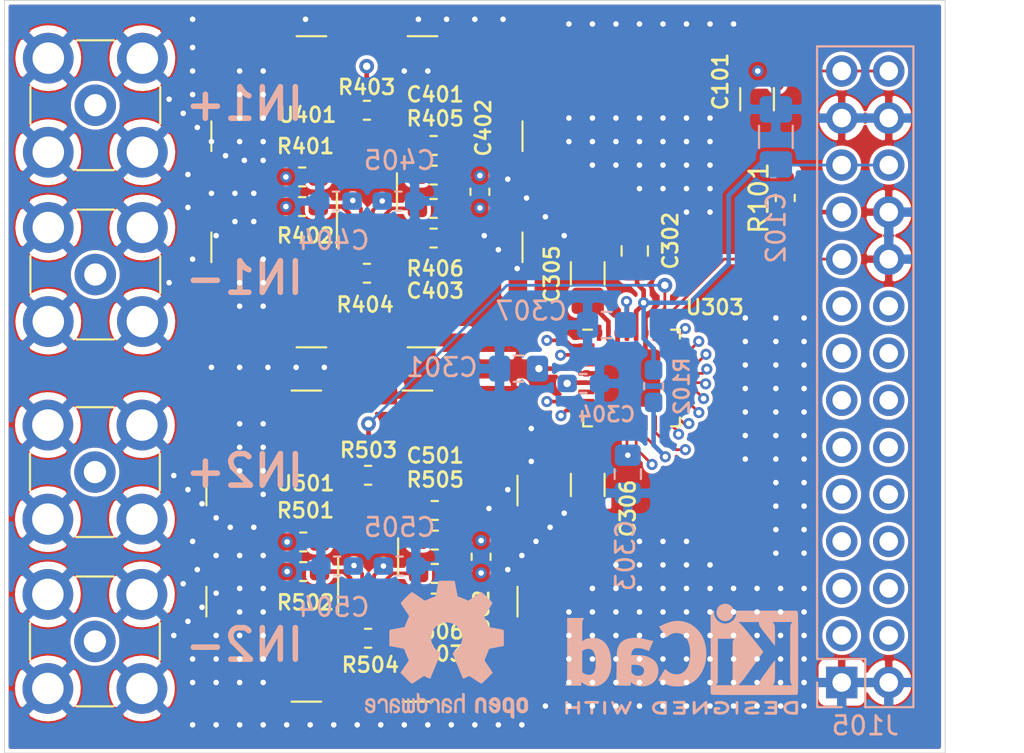
<source format=kicad_pcb>
(kicad_pcb (version 20171130) (host pcbnew 5.1.6)
  (layers (0 F.Cu signal) (1 In1.Cu signal) (2 In2.Cu signal) (31 B.Cu signal) (34 B.Paste user) (35 F.Paste user) (36 B.SilkS user) (37 F.SilkS user) (38 B.Mask user) (39 F.Mask user) (44 Edge.Cuts user))
  (net 0 "")
  (net 1 GND)
  (net 2 "Net-(C305-Pad2)")
  (net 3 "Net-(C306-Pad1)")
  (net 4 /Sheet5F0606FF/sheet5F0E9B95/OUTP)
  (net 5 /Sheet5F0606FF/sheet5F0E9B95/OUTM)
  (net 6 "Net-(C307-Pad2)")
  (net 7 /Sheet5F0606FF/REFby2)
  (net 8 /Sheet5F0606FF/Sheet5F0B5C34/OUTM)
  (net 9 /Sheet5F0606FF/Sheet5F0B5C34/OUTP)
  (net 10 "Net-(R401-Pad1)")
  (net 11 "Net-(R403-Pad1)")
  (net 12 "Net-(R404-Pad1)")
  (net 13 "Net-(R402-Pad1)")
  (net 14 "Net-(R501-Pad1)")
  (net 15 "Net-(R503-Pad1)")
  (net 16 "Net-(R504-Pad1)")
  (net 17 "Net-(R502-Pad1)")
  (net 18 /Sheet5F0606FF/IN1P)
  (net 19 /Sheet5F0606FF/IN1M)
  (net 20 /Sheet5F0606FF/IN2P)
  (net 21 /Sheet5F0606FF/IN2M)
  (net 22 /AVDD)
  (net 23 /DVDD)
  (net 24 /~POWERDOWN)
  (net 25 /READY_STROBE)
  (net 26 /SDO-0_0A)
  (net 27 /SDO-1_1A)
  (net 28 /SDO-2_2A)
  (net 29 /SDO-3_3A)
  (net 30 /SDO-4_0B)
  (net 31 /SDO-5_1B)
  (net 32 /SDO-6_2B)
  (net 33 /SDO-7_3B)
  (net 34 /SCLK)
  (net 35 /SDI)
  (net 36 /~CS)
  (net 37 /CONVST)
  (module Resistor_SMD:R_0603_1608Metric_Pad1.05x0.95mm_HandSolder (layer B.Cu) (at 88.392 104.648 270)
    (fp_text reference R102 (at 0 -1.524 90) (layer B.SilkS) (effects (font (size 0.8 0.8)) (justify mirror)))
    (fp_text value 100k)
    (pad 2 smd roundrect (at 0.875 0 270) (size 1.05 0.95) (layers B.Cu B.Paste B.Mask) (net 36 /~CS))
    (pad 1 smd roundrect (at -0.875 0 270) (size 1.05 0.95) (layers B.Cu B.Paste B.Mask) (net 23 /DVDD))
  )
  (module Resistor_SMD:R_0603_1608Metric_Pad1.05x0.95mm_HandSolder (layer F.Cu) (at 95.504 94.488 90)
    (fp_text reference R101 (at 0 -1.43 90) (layer F.SilkS))
    (fp_text value 100k)
    (pad 2 smd roundrect (at 0.875 0 90) (size 1.05 0.95) (layers F.Cu F.Paste F.Mask) (net 1 GND))
    (pad 1 smd roundrect (at -0.875 0 90) (size 1.05 0.95) (layers F.Cu F.Paste F.Mask) (net 24 /~POWERDOWN))
  )
  (module Symbol:KiCad-Logo2_5mm_SilkScreen (layer B.Cu) (at 89.916 119.38 180)
    (fp_text reference LOGO102 hide)
    (fp_text value Logo_Open_Hardware_Small hide)
  )
  (module Symbol:OSHW-Logo2_9.8x8mm_SilkScreen (layer B.Cu) (at 77.216 118.872 180)
    (fp_text reference LOGO101 hide)
    (fp_text value Logo_Open_Hardware_Large hide)
  )
  (module RF_Shielding:Laird_Technologies_BMI-S-102_16.50x16.50mm (layer F.Cu) (at 72.914 94.15)
    (fp_text reference H102 hide)
    (fp_text value MountingHole_Pad)
    (pad 1 smd rect (at 8.15 5.875) (size 1 3.55) (layers F.Cu F.Paste F.Mask) (net 1 GND))
    (pad 1 smd rect (at -8.15 5.875) (size 1 3.55) (layers F.Cu F.Paste F.Mask) (net 1 GND))
    (pad 1 smd rect (at 8.15 0) (size 1 3.8) (layers F.Cu F.Paste F.Mask) (net 1 GND))
    (pad 1 smd rect (at -8.15 0) (size 1 3.8) (layers F.Cu F.Paste F.Mask) (net 1 GND))
    (pad 1 smd rect (at 8.15 -5.875) (size 1 3.55) (layers F.Cu F.Paste F.Mask) (net 1 GND))
    (pad 1 smd rect (at -8.15 -5.875) (size 1 3.55) (layers F.Cu F.Paste F.Mask) (net 1 GND))
    (pad 1 smd rect (at 5.875 8.15) (size 3.55 1) (layers F.Cu F.Paste F.Mask) (net 1 GND))
    (pad 1 smd rect (at 5.875 -8.15) (size 3.55 1) (layers F.Cu F.Paste F.Mask) (net 1 GND))
    (pad 1 smd rect (at 0 8.15) (size 3.8 1) (layers F.Cu F.Paste F.Mask) (net 1 GND))
    (pad 1 smd rect (at 0 -8.15) (size 3.8 1) (layers F.Cu F.Paste F.Mask) (net 1 GND))
    (pad 1 smd rect (at -5.875 8.15) (size 3.55 1) (layers F.Cu F.Paste F.Mask) (net 1 GND))
    (pad 1 smd rect (at -5.875 -8.15) (size 3.55 1) (layers F.Cu F.Paste F.Mask) (net 1 GND))
    (pad 1 smd rect (at -8.15 8.15) (size 1 1) (layers F.Cu F.Paste F.Mask) (net 1 GND))
    (pad 1 smd rect (at 8.15 8.15) (size 1 1) (layers F.Cu F.Paste F.Mask) (net 1 GND))
    (pad 1 smd rect (at 8.15 -8.15) (size 1 1) (layers F.Cu F.Paste F.Mask) (net 1 GND))
    (pad 1 smd rect (at -8.15 -8.15) (size 1 1) (layers F.Cu F.Paste F.Mask) (net 1 GND))
  )
  (module RF_Shielding:Laird_Technologies_BMI-S-102_16.50x16.50mm (layer F.Cu) (at 72.644 113.284)
    (fp_text reference H101 hide)
    (fp_text value MountingHole_Pad)
    (pad 1 smd rect (at 8.15 5.875) (size 1 3.55) (layers F.Cu F.Paste F.Mask) (net 1 GND))
    (pad 1 smd rect (at -8.15 5.875) (size 1 3.55) (layers F.Cu F.Paste F.Mask) (net 1 GND))
    (pad 1 smd rect (at 8.15 0) (size 1 3.8) (layers F.Cu F.Paste F.Mask) (net 1 GND))
    (pad 1 smd rect (at -8.15 0) (size 1 3.8) (layers F.Cu F.Paste F.Mask) (net 1 GND))
    (pad 1 smd rect (at 8.15 -5.875) (size 1 3.55) (layers F.Cu F.Paste F.Mask) (net 1 GND))
    (pad 1 smd rect (at -8.15 -5.875) (size 1 3.55) (layers F.Cu F.Paste F.Mask) (net 1 GND))
    (pad 1 smd rect (at 5.875 8.15) (size 3.55 1) (layers F.Cu F.Paste F.Mask) (net 1 GND))
    (pad 1 smd rect (at 5.875 -8.15) (size 3.55 1) (layers F.Cu F.Paste F.Mask) (net 1 GND))
    (pad 1 smd rect (at 0 8.15) (size 3.8 1) (layers F.Cu F.Paste F.Mask) (net 1 GND))
    (pad 1 smd rect (at 0 -8.15) (size 3.8 1) (layers F.Cu F.Paste F.Mask) (net 1 GND))
    (pad 1 smd rect (at -5.875 8.15) (size 3.55 1) (layers F.Cu F.Paste F.Mask) (net 1 GND))
    (pad 1 smd rect (at -5.875 -8.15) (size 3.55 1) (layers F.Cu F.Paste F.Mask) (net 1 GND))
    (pad 1 smd rect (at -8.15 8.15) (size 1 1) (layers F.Cu F.Paste F.Mask) (net 1 GND))
    (pad 1 smd rect (at 8.15 8.15) (size 1 1) (layers F.Cu F.Paste F.Mask) (net 1 GND))
    (pad 1 smd rect (at 8.15 -8.15) (size 1 1) (layers F.Cu F.Paste F.Mask) (net 1 GND))
    (pad 1 smd rect (at -8.15 -8.15) (size 1 1) (layers F.Cu F.Paste F.Mask) (net 1 GND))
  )
  (module Capacitor_SMD:C_1206_3216Metric_Pad1.42x1.75mm_HandSolder (layer B.Cu) (at 94.996 91.186 90)
    (fp_text reference C102 (at -4.914 0.004 90) (layer B.SilkS) (effects (justify mirror)))
    (fp_text value 10µF)
    (pad 2 smd roundrect (at 1.4875 0 90) (size 1.425 1.75) (layers B.Cu B.Paste B.Mask) (roundrect_rratio 0.175439) (net 1 GND))
    (pad 1 smd roundrect (at -1.4875 0 90) (size 1.425 1.75) (layers B.Cu B.Paste B.Mask) (roundrect_rratio 0.175439) (net 23 /DVDD))
  )
  (module Capacitor_SMD:C_1206_3216Metric_Pad1.42x1.75mm_HandSolder (layer F.Cu) (at 93.98 89.154 270)
    (fp_text reference C101 (at -0.954 1.98 90) (layer F.SilkS) (effects (font (size 0.8 0.8))))
    (fp_text value 10µF)
    (pad 2 smd roundrect (at 1.4875 0 270) (size 1.425 1.75) (layers F.Cu F.Paste F.Mask) (roundrect_rratio 0.175439) (net 1 GND))
    (pad 1 smd roundrect (at -1.4875 0 270) (size 1.425 1.75) (layers F.Cu F.Paste F.Mask) (roundrect_rratio 0.175439) (net 22 /AVDD))
  )
  (module Connector_PinHeader_2.54mm:PinHeader_2x14_P2.54mm_Vertical (layer B.Cu) (at 98.552 120.65)
    (fp_text reference J105 (at 1.27 2.33) (layer B.SilkS) (effects (justify mirror)))
    (fp_text value Conn_02x14_Odd_Even)
    (pad 28 thru_hole oval (at 2.54 -33.02) (size 1.7 1.7) (drill 1) (layers *.Cu *.Mask) (net 22 /AVDD))
    (pad 27 thru_hole oval (at 0 -33.02) (size 1.7 1.7) (drill 1) (layers *.Cu *.Mask) (net 22 /AVDD))
    (pad 26 thru_hole oval (at 2.54 -30.48) (size 1.7 1.7) (drill 1) (layers *.Cu *.Mask) (net 1 GND))
    (pad 25 thru_hole oval (at 0 -30.48) (size 1.7 1.7) (drill 1) (layers *.Cu *.Mask) (net 1 GND))
    (pad 24 thru_hole oval (at 2.54 -27.94) (size 1.7 1.7) (drill 1) (layers *.Cu *.Mask) (net 23 /DVDD))
    (pad 23 thru_hole oval (at 0 -27.94) (size 1.7 1.7) (drill 1) (layers *.Cu *.Mask) (net 23 /DVDD))
    (pad 22 thru_hole oval (at 2.54 -25.4) (size 1.7 1.7) (drill 1) (layers *.Cu *.Mask) (net 1 GND))
    (pad 21 thru_hole oval (at 0 -25.4) (size 1.7 1.7) (drill 1) (layers *.Cu *.Mask) (net 24 /~POWERDOWN))
    (pad 20 thru_hole oval (at 2.54 -22.86) (size 1.7 1.7) (drill 1) (layers *.Cu *.Mask) (net 1 GND))
    (pad 19 thru_hole oval (at 0 -22.86) (size 1.7 1.7) (drill 1) (layers *.Cu *.Mask) (net 25 /READY_STROBE))
    (pad 18 thru_hole oval (at 2.54 -20.32) (size 1.7 1.7) (drill 1) (layers *.Cu *.Mask) (net 27 /SDO-1_1A))
    (pad 17 thru_hole oval (at 0 -20.32) (size 1.7 1.7) (drill 1) (layers *.Cu *.Mask) (net 26 /SDO-0_0A))
    (pad 16 thru_hole oval (at 2.54 -17.78) (size 1.7 1.7) (drill 1) (layers *.Cu *.Mask) (net 29 /SDO-3_3A))
    (pad 15 thru_hole oval (at 0 -17.78) (size 1.7 1.7) (drill 1) (layers *.Cu *.Mask) (net 28 /SDO-2_2A))
    (pad 14 thru_hole oval (at 2.54 -15.24) (size 1.7 1.7) (drill 1) (layers *.Cu *.Mask) (net 31 /SDO-5_1B))
    (pad 13 thru_hole oval (at 0 -15.24) (size 1.7 1.7) (drill 1) (layers *.Cu *.Mask) (net 30 /SDO-4_0B))
    (pad 12 thru_hole oval (at 2.54 -12.7) (size 1.7 1.7) (drill 1) (layers *.Cu *.Mask) (net 33 /SDO-7_3B))
    (pad 11 thru_hole oval (at 0 -12.7) (size 1.7 1.7) (drill 1) (layers *.Cu *.Mask) (net 32 /SDO-6_2B))
    (pad 10 thru_hole oval (at 2.54 -10.16) (size 1.7 1.7) (drill 1) (layers *.Cu *.Mask) (net 35 /SDI))
    (pad 9 thru_hole oval (at 0 -10.16) (size 1.7 1.7) (drill 1) (layers *.Cu *.Mask) (net 34 /SCLK))
    (pad 8 thru_hole oval (at 2.54 -7.62) (size 1.7 1.7) (drill 1) (layers *.Cu *.Mask) (net 37 /CONVST))
    (pad 7 thru_hole oval (at 0 -7.62) (size 1.7 1.7) (drill 1) (layers *.Cu *.Mask) (net 36 /~CS))
    (pad 6 thru_hole oval (at 2.54 -5.08) (size 1.7 1.7) (drill 1) (layers *.Cu *.Mask))
    (pad 5 thru_hole oval (at 0 -5.08) (size 1.7 1.7) (drill 1) (layers *.Cu *.Mask))
    (pad 4 thru_hole oval (at 2.54 -2.54) (size 1.7 1.7) (drill 1) (layers *.Cu *.Mask))
    (pad 3 thru_hole oval (at 0 -2.54) (size 1.7 1.7) (drill 1) (layers *.Cu *.Mask))
    (pad 2 thru_hole oval (at 2.54 0) (size 1.7 1.7) (drill 1) (layers *.Cu *.Mask) (net 1 GND))
    (pad 1 thru_hole rect (at 0 0) (size 1.7 1.7) (drill 1) (layers *.Cu *.Mask) (net 1 GND))
  )
  (module Connector_Coaxial:SMB_Jack_Vertical (layer F.Cu) (at 58.224 118.432)
    (fp_text reference J104 hide)
    (fp_text value Conn_Coaxial)
    (pad 1 thru_hole circle (at 0 0) (size 2.24 2.24) (drill 1.2) (layers *.Cu *.Mask) (net 21 /Sheet5F0606FF/IN2M))
    (pad 2 thru_hole circle (at -2.54 -2.54) (size 2.74 2.74) (drill 1.7) (layers *.Cu *.Mask) (net 1 GND))
    (pad 2 thru_hole circle (at 2.54 -2.54) (size 2.74 2.74) (drill 1.7) (layers *.Cu *.Mask) (net 1 GND))
    (pad 2 thru_hole circle (at 2.54 2.54) (size 2.74 2.74) (drill 1.7) (layers *.Cu *.Mask) (net 1 GND))
    (pad 2 thru_hole circle (at -2.54 2.54) (size 2.74 2.74) (drill 1.7) (layers *.Cu *.Mask) (net 1 GND))
  )
  (module Connector_Coaxial:SMB_Jack_Vertical (layer F.Cu) (at 58.224 109.288)
    (fp_text reference J103 hide)
    (fp_text value Conn_Coaxial)
    (pad 1 thru_hole circle (at 0 0) (size 2.24 2.24) (drill 1.2) (layers *.Cu *.Mask) (net 20 /Sheet5F0606FF/IN2P))
    (pad 2 thru_hole circle (at -2.54 -2.54) (size 2.74 2.74) (drill 1.7) (layers *.Cu *.Mask) (net 1 GND))
    (pad 2 thru_hole circle (at 2.54 -2.54) (size 2.74 2.74) (drill 1.7) (layers *.Cu *.Mask) (net 1 GND))
    (pad 2 thru_hole circle (at 2.54 2.54) (size 2.74 2.74) (drill 1.7) (layers *.Cu *.Mask) (net 1 GND))
    (pad 2 thru_hole circle (at -2.54 2.54) (size 2.74 2.74) (drill 1.7) (layers *.Cu *.Mask) (net 1 GND))
  )
  (module Connector_Coaxial:SMB_Jack_Vertical (layer F.Cu) (at 58.246 98.62)
    (fp_text reference J102 hide)
    (fp_text value Conn_Coaxial)
    (pad 1 thru_hole circle (at 0 0) (size 2.24 2.24) (drill 1.2) (layers *.Cu *.Mask) (net 19 /Sheet5F0606FF/IN1M))
    (pad 2 thru_hole circle (at -2.54 -2.54) (size 2.74 2.74) (drill 1.7) (layers *.Cu *.Mask) (net 1 GND))
    (pad 2 thru_hole circle (at 2.54 -2.54) (size 2.74 2.74) (drill 1.7) (layers *.Cu *.Mask) (net 1 GND))
    (pad 2 thru_hole circle (at 2.54 2.54) (size 2.74 2.74) (drill 1.7) (layers *.Cu *.Mask) (net 1 GND))
    (pad 2 thru_hole circle (at -2.54 2.54) (size 2.74 2.74) (drill 1.7) (layers *.Cu *.Mask) (net 1 GND))
  )
  (module Connector_Coaxial:SMB_Jack_Vertical (layer F.Cu) (at 58.246 89.476)
    (fp_text reference J101 hide)
    (fp_text value Conn_Coaxial)
    (pad 1 thru_hole circle (at 0 0) (size 2.24 2.24) (drill 1.2) (layers *.Cu *.Mask) (net 18 /Sheet5F0606FF/IN1P))
    (pad 2 thru_hole circle (at -2.54 -2.54) (size 2.74 2.74) (drill 1.7) (layers *.Cu *.Mask) (net 1 GND))
    (pad 2 thru_hole circle (at 2.54 -2.54) (size 2.74 2.74) (drill 1.7) (layers *.Cu *.Mask) (net 1 GND))
    (pad 2 thru_hole circle (at 2.54 2.54) (size 2.74 2.74) (drill 1.7) (layers *.Cu *.Mask) (net 1 GND))
    (pad 2 thru_hole circle (at -2.54 2.54) (size 2.74 2.74) (drill 1.7) (layers *.Cu *.Mask) (net 1 GND))
  )
  (module Resistor_SMD:R_0603_1608Metric_Pad1.05x0.95mm_HandSolder (layer F.Cu) (at 76.578 114.76 180)
    (fp_text reference R506 (at -0.022 -3.14) (layer F.SilkS) (effects (font (size 0.8 0.8))))
    (fp_text value 40)
    (pad 2 smd roundrect (at 0.875 0 180) (size 1.05 0.95) (layers F.Cu F.Paste F.Mask) (net 16 "Net-(R504-Pad1)"))
    (pad 1 smd roundrect (at -0.875 0 180) (size 1.05 0.95) (layers F.Cu F.Paste F.Mask) (net 4 /Sheet5F0606FF/sheet5F0E9B95/OUTP))
  )
  (module Resistor_SMD:R_0603_1608Metric_Pad1.05x0.95mm_HandSolder (layer F.Cu) (at 76.578 112.96 180)
    (fp_text reference R505 (at -0.022 3.26) (layer F.SilkS) (effects (font (size 0.8 0.8))))
    (fp_text value 40)
    (pad 2 smd roundrect (at 0.875 0 180) (size 1.05 0.95) (layers F.Cu F.Paste F.Mask) (net 15 "Net-(R503-Pad1)"))
    (pad 1 smd roundrect (at -0.875 0 180) (size 1.05 0.95) (layers F.Cu F.Paste F.Mask) (net 5 /Sheet5F0606FF/sheet5F0E9B95/OUTM))
  )
  (module Resistor_SMD:R_0603_1608Metric_Pad1.05x0.95mm_HandSolder (layer F.Cu) (at 72.978 118.26 180)
    (fp_text reference R504 (at -0.122 -1.44) (layer F.SilkS) (effects (font (size 0.8 0.8))))
    (fp_text value 1000)
    (pad 2 smd roundrect (at 0.875 0 180) (size 1.05 0.95) (layers F.Cu F.Paste F.Mask) (net 17 "Net-(R502-Pad1)"))
    (pad 1 smd roundrect (at -0.875 0 180) (size 1.05 0.95) (layers F.Cu F.Paste F.Mask) (net 16 "Net-(R504-Pad1)"))
  )
  (module Resistor_SMD:R_0603_1608Metric_Pad1.05x0.95mm_HandSolder (layer F.Cu) (at 72.978 109.46 180)
    (fp_text reference R503 (at -0.022 1.36) (layer F.SilkS) (effects (font (size 0.8 0.8))))
    (fp_text value 1000)
    (pad 2 smd roundrect (at 0.875 0 180) (size 1.05 0.95) (layers F.Cu F.Paste F.Mask) (net 14 "Net-(R501-Pad1)"))
    (pad 1 smd roundrect (at -0.875 0 180) (size 1.05 0.95) (layers F.Cu F.Paste F.Mask) (net 15 "Net-(R503-Pad1)"))
  )
  (module Resistor_SMD:R_0603_1608Metric_Pad1.05x0.95mm_HandSolder (layer F.Cu) (at 69.478 114.66 180)
    (fp_text reference R502 (at -0.118 -1.672) (layer F.SilkS) (effects (font (size 0.8 0.8))))
    (fp_text value 1000)
    (pad 2 smd roundrect (at 0.875 0 180) (size 1.05 0.95) (layers F.Cu F.Paste F.Mask) (net 21 /Sheet5F0606FF/IN2M))
    (pad 1 smd roundrect (at -0.875 0 180) (size 1.05 0.95) (layers F.Cu F.Paste F.Mask) (net 17 "Net-(R502-Pad1)"))
  )
  (module Resistor_SMD:R_0603_1608Metric_Pad1.05x0.95mm_HandSolder (layer F.Cu) (at 69.478 113.06 180)
    (fp_text reference R501 (at -0.118 1.7) (layer F.SilkS) (effects (font (size 0.8 0.8))))
    (fp_text value 1000)
    (pad 2 smd roundrect (at 0.875 0 180) (size 1.05 0.95) (layers F.Cu F.Paste F.Mask) (net 20 /Sheet5F0606FF/IN2P))
    (pad 1 smd roundrect (at -0.875 0 180) (size 1.05 0.95) (layers F.Cu F.Paste F.Mask) (net 14 "Net-(R501-Pad1)"))
  )
  (module Resistor_SMD:R_0603_1608Metric_Pad1.05x0.95mm_HandSolder (layer F.Cu) (at 76.514 95.05 180)
    (fp_text reference R406 (at -0.086 -3.25) (layer F.SilkS) (effects (font (size 0.8 0.8))))
    (fp_text value 40)
    (pad 2 smd roundrect (at 0.875 0 180) (size 1.05 0.95) (layers F.Cu F.Paste F.Mask) (net 12 "Net-(R404-Pad1)"))
    (pad 1 smd roundrect (at -0.875 0 180) (size 1.05 0.95) (layers F.Cu F.Paste F.Mask) (net 9 /Sheet5F0606FF/Sheet5F0B5C34/OUTP))
  )
  (module Resistor_SMD:R_0603_1608Metric_Pad1.05x0.95mm_HandSolder (layer F.Cu) (at 76.514 93.25 180)
    (fp_text reference R405 (at -0.086 3.05) (layer F.SilkS) (effects (font (size 0.8 0.8))))
    (fp_text value 40)
    (pad 2 smd roundrect (at 0.875 0 180) (size 1.05 0.95) (layers F.Cu F.Paste F.Mask) (net 11 "Net-(R403-Pad1)"))
    (pad 1 smd roundrect (at -0.875 0 180) (size 1.05 0.95) (layers F.Cu F.Paste F.Mask) (net 8 /Sheet5F0606FF/Sheet5F0B5C34/OUTM))
  )
  (module Resistor_SMD:R_0603_1608Metric_Pad1.05x0.95mm_HandSolder (layer F.Cu) (at 72.914 98.55 180)
    (fp_text reference R404 (at 0.1 -1.7) (layer F.SilkS) (effects (font (size 0.8 0.8))))
    (fp_text value 1000)
    (pad 2 smd roundrect (at 0.875 0 180) (size 1.05 0.95) (layers F.Cu F.Paste F.Mask) (net 13 "Net-(R402-Pad1)"))
    (pad 1 smd roundrect (at -0.875 0 180) (size 1.05 0.95) (layers F.Cu F.Paste F.Mask) (net 12 "Net-(R404-Pad1)"))
  )
  (module Resistor_SMD:R_0603_1608Metric_Pad1.05x0.95mm_HandSolder (layer F.Cu) (at 72.914 89.75 180)
    (fp_text reference R403 (at 0.014 1.25) (layer F.SilkS) (effects (font (size 0.8 0.8))))
    (fp_text value 1000)
    (pad 2 smd roundrect (at 0.875 0 180) (size 1.05 0.95) (layers F.Cu F.Paste F.Mask) (net 10 "Net-(R401-Pad1)"))
    (pad 1 smd roundrect (at -0.875 0 180) (size 1.05 0.95) (layers F.Cu F.Paste F.Mask) (net 11 "Net-(R403-Pad1)"))
  )
  (module Resistor_SMD:R_0603_1608Metric_Pad1.05x0.95mm_HandSolder (layer F.Cu) (at 69.414 94.95 180)
    (fp_text reference R402 (at -0.182 -1.57) (layer F.SilkS) (effects (font (size 0.8 0.8))))
    (fp_text value 1000)
    (pad 2 smd roundrect (at 0.875 0 180) (size 1.05 0.95) (layers F.Cu F.Paste F.Mask) (net 19 /Sheet5F0606FF/IN1M))
    (pad 1 smd roundrect (at -0.875 0 180) (size 1.05 0.95) (layers F.Cu F.Paste F.Mask) (net 13 "Net-(R402-Pad1)"))
  )
  (module Resistor_SMD:R_0603_1608Metric_Pad1.05x0.95mm_HandSolder (layer F.Cu) (at 69.414 93.35 180)
    (fp_text reference R401 (at -0.182 1.656) (layer F.SilkS) (effects (font (size 0.8 0.8))))
    (fp_text value 1000)
    (pad 2 smd roundrect (at 0.875 0 180) (size 1.05 0.95) (layers F.Cu F.Paste F.Mask) (net 18 /Sheet5F0606FF/IN1P))
    (pad 1 smd roundrect (at -0.875 0 180) (size 1.05 0.95) (layers F.Cu F.Paste F.Mask) (net 10 "Net-(R401-Pad1)"))
  )
  (module Resistor_SMD:R_0603_1608Metric_Pad1.05x0.95mm_HandSolder (layer B.Cu) (at 74.678 114.36)
    (fp_text reference C505 (at -0.002 -2.092) (layer B.SilkS) (effects (justify mirror)))
    (fp_text value 100nF)
    (pad 2 smd roundrect (at 0.875 0) (size 1.05 0.95) (layers B.Cu B.Paste B.Mask) (net 1 GND))
    (pad 1 smd roundrect (at -0.875 0) (size 1.05 0.95) (layers B.Cu B.Paste B.Mask) (net 22 /AVDD))
  )
  (module Capacitor_SMD:C_0603_1608Metric_Pad1.05x0.95mm_HandSolder (layer B.Cu) (at 71.303 114.36 180)
    (fp_text reference C504 (at 0.183 -2.226 180) (layer B.SilkS) (effects (justify mirror)))
    (fp_text value 100nF)
    (pad 2 smd roundrect (at 0.875 0 180) (size 1.05 0.95) (layers B.Cu B.Paste B.Mask) (net 1 GND))
    (pad 1 smd roundrect (at -0.875 0 180) (size 1.05 0.95) (layers B.Cu B.Paste B.Mask) (net 7 /Sheet5F0606FF/REFby2))
  )
  (module Capacitor_SMD:C_0603_1608Metric_Pad1.05x0.95mm_HandSolder (layer F.Cu) (at 76.578 116.36 180)
    (fp_text reference C503 (at -0.022 -2.74) (layer F.SilkS) (effects (font (size 0.8 0.8))))
    (fp_text value 330pF)
    (pad 2 smd roundrect (at 0.875 0 180) (size 1.05 0.95) (layers F.Cu F.Paste F.Mask) (net 1 GND))
    (pad 1 smd roundrect (at -0.875 0 180) (size 1.05 0.95) (layers F.Cu F.Paste F.Mask) (net 4 /Sheet5F0606FF/sheet5F0E9B95/OUTP))
  )
  (module Capacitor_SMD:C_0603_1608Metric_Pad1.05x0.95mm_HandSolder (layer F.Cu) (at 79.078 113.86 270)
    (fp_text reference C502 (at 3.34 -0.022 90) (layer F.SilkS) (effects (font (size 0.8 0.8))))
    (fp_text value 3300pF)
    (pad 2 smd roundrect (at 0.875 0 270) (size 1.05 0.95) (layers F.Cu F.Paste F.Mask) (net 4 /Sheet5F0606FF/sheet5F0E9B95/OUTP))
    (pad 1 smd roundrect (at -0.875 0 270) (size 1.05 0.95) (layers F.Cu F.Paste F.Mask) (net 5 /Sheet5F0606FF/sheet5F0E9B95/OUTM))
  )
  (module Capacitor_SMD:C_0603_1608Metric_Pad1.05x0.95mm_HandSolder (layer F.Cu) (at 76.578 111.36)
    (fp_text reference C501 (at 0.022 -2.96) (layer F.SilkS) (effects (font (size 0.8 0.8))))
    (fp_text value 330pF)
    (pad 2 smd roundrect (at 0.875 0) (size 1.05 0.95) (layers F.Cu F.Paste F.Mask) (net 5 /Sheet5F0606FF/sheet5F0E9B95/OUTM))
    (pad 1 smd roundrect (at -0.875 0) (size 1.05 0.95) (layers F.Cu F.Paste F.Mask) (net 1 GND))
  )
  (module Resistor_SMD:R_0603_1608Metric_Pad1.05x0.95mm_HandSolder (layer B.Cu) (at 74.614 94.65)
    (fp_text reference C405 (at 0.062 -2.194) (layer B.SilkS) (effects (justify mirror)))
    (fp_text value 100nF)
    (pad 2 smd roundrect (at 0.875 0) (size 1.05 0.95) (layers B.Cu B.Paste B.Mask) (net 1 GND))
    (pad 1 smd roundrect (at -0.875 0) (size 1.05 0.95) (layers B.Cu B.Paste B.Mask) (net 22 /AVDD))
  )
  (module Capacitor_SMD:C_0603_1608Metric_Pad1.05x0.95mm_HandSolder (layer B.Cu) (at 71.239 94.65 180)
    (fp_text reference C404 (at 0.119 -2.124 180) (layer B.SilkS) (effects (justify mirror)))
    (fp_text value 100nF)
    (pad 2 smd roundrect (at 0.875 0 180) (size 1.05 0.95) (layers B.Cu B.Paste B.Mask) (net 1 GND))
    (pad 1 smd roundrect (at -0.875 0 180) (size 1.05 0.95) (layers B.Cu B.Paste B.Mask) (net 7 /Sheet5F0606FF/REFby2))
  )
  (module Capacitor_SMD:C_0603_1608Metric_Pad1.05x0.95mm_HandSolder (layer F.Cu) (at 76.514 96.65 180)
    (fp_text reference C403 (at -0.086 -2.85) (layer F.SilkS) (effects (font (size 0.8 0.8))))
    (fp_text value 330pF)
    (pad 2 smd roundrect (at 0.875 0 180) (size 1.05 0.95) (layers F.Cu F.Paste F.Mask) (net 1 GND))
    (pad 1 smd roundrect (at -0.875 0 180) (size 1.05 0.95) (layers F.Cu F.Paste F.Mask) (net 9 /Sheet5F0606FF/Sheet5F0B5C34/OUTP))
  )
  (module Capacitor_SMD:C_0603_1608Metric_Pad1.05x0.95mm_HandSolder (layer F.Cu) (at 79.014 94.15 270)
    (fp_text reference C402 (at -3.45 -0.186 90) (layer F.SilkS) (effects (font (size 0.8 0.8))))
    (fp_text value 3300pF)
    (pad 2 smd roundrect (at 0.875 0 270) (size 1.05 0.95) (layers F.Cu F.Paste F.Mask) (net 9 /Sheet5F0606FF/Sheet5F0B5C34/OUTP))
    (pad 1 smd roundrect (at -0.875 0 270) (size 1.05 0.95) (layers F.Cu F.Paste F.Mask) (net 8 /Sheet5F0606FF/Sheet5F0B5C34/OUTM))
  )
  (module Capacitor_SMD:C_0603_1608Metric_Pad1.05x0.95mm_HandSolder (layer F.Cu) (at 76.514 91.65)
    (fp_text reference C401 (at 0.086 -2.75) (layer F.SilkS) (effects (font (size 0.8 0.8))))
    (fp_text value 330pF)
    (pad 2 smd roundrect (at 0.875 0) (size 1.05 0.95) (layers F.Cu F.Paste F.Mask) (net 8 /Sheet5F0606FF/Sheet5F0B5C34/OUTM))
    (pad 1 smd roundrect (at -0.875 0) (size 1.05 0.95) (layers F.Cu F.Paste F.Mask) (net 1 GND))
  )
  (module Capacitor_SMD:C_0603_1608Metric_Pad1.05x0.95mm_HandSolder (layer B.Cu) (at 84.6 104.5 180)
    (fp_text reference C307 (at 2.812 3.916) (layer B.SilkS) (effects (justify mirror)))
    (fp_text value 10µF)
    (pad 2 smd roundrect (at 0.875 0 180) (size 1.05 0.95) (layers B.Cu B.Paste B.Mask) (net 6 "Net-(C307-Pad2)"))
    (pad 1 smd roundrect (at -0.875 0 180) (size 1.05 0.95) (layers B.Cu B.Paste B.Mask) (net 1 GND))
  )
  (module Capacitor_SMD:C_1206_3216Metric_Pad1.42x1.75mm_HandSolder (layer F.Cu) (at 84.836 109.982 270)
    (fp_text reference C306 (at 1.272 -2.164 270) (layer F.SilkS) (effects (font (size 0.8 0.8))))
    (fp_text value 10µF)
    (pad 2 smd roundrect (at 1.4875 0 270) (size 1.425 1.75) (layers F.Cu F.Paste F.Mask) (roundrect_rratio 0.175439) (net 1 GND))
    (pad 1 smd roundrect (at -1.4875 0 270) (size 1.425 1.75) (layers F.Cu F.Paste F.Mask) (roundrect_rratio 0.175439) (net 3 "Net-(C306-Pad1)"))
  )
  (module Capacitor_SMD:C_1206_3216Metric_Pad1.42x1.75mm_HandSolder (layer F.Cu) (at 84.836 98.552 270)
    (fp_text reference C305 (at 0.048 1.936 90) (layer F.SilkS) (effects (font (size 0.8 0.8))))
    (fp_text value 10µF)
    (pad 2 smd roundrect (at 1.4875 0 270) (size 1.425 1.75) (layers F.Cu F.Paste F.Mask) (roundrect_rratio 0.175439) (net 2 "Net-(C305-Pad2)"))
    (pad 1 smd roundrect (at -1.4875 0 270) (size 1.425 1.75) (layers F.Cu F.Paste F.Mask) (roundrect_rratio 0.175439) (net 1 GND))
  )
  (module Capacitor_SMD:C_0805_2012Metric_Pad1.15x1.40mm_HandSolder (layer B.Cu) (at 85.852 101.346)
    (fp_text reference C304 (at 0 4.826) (layer B.SilkS) (effects (font (size 0.8 0.8)) (justify mirror)))
    (fp_text value 1µF)
    (pad 2 smd roundrect (at 1.025 0) (size 1.15 1.4) (layers B.Cu B.Paste B.Mask) (roundrect_rratio 0.217391) (net 22 /AVDD))
    (pad 1 smd roundrect (at -1.025 0) (size 1.15 1.4) (layers B.Cu B.Paste B.Mask) (roundrect_rratio 0.217391) (net 1 GND))
  )
  (module Capacitor_SMD:C_0805_2012Metric_Pad1.15x1.40mm_HandSolder (layer B.Cu) (at 87 109.4 90)
    (fp_text reference C303 (at -4.392 -0.132 90) (layer B.SilkS) (effects (justify mirror)))
    (fp_text value 1µF)
    (pad 2 smd roundrect (at 1.025 0 90) (size 1.15 1.4) (layers B.Cu B.Paste B.Mask) (roundrect_rratio 0.217391) (net 22 /AVDD))
    (pad 1 smd roundrect (at -1.025 0 90) (size 1.15 1.4) (layers B.Cu B.Paste B.Mask) (roundrect_rratio 0.217391) (net 1 GND))
  )
  (module Capacitor_SMD:C_0805_2012Metric_Pad1.15x1.40mm_HandSolder (layer F.Cu) (at 87.376 97.3455 270)
    (fp_text reference C302 (at -0.5455 -1.924 270) (layer F.SilkS) (effects (font (size 0.8 0.8))))
    (fp_text value 1µF)
    (pad 2 smd roundrect (at 1.025 0 270) (size 1.15 1.4) (layers F.Cu F.Paste F.Mask) (roundrect_rratio 0.217391) (net 23 /DVDD))
    (pad 1 smd roundrect (at -1.025 0 270) (size 1.15 1.4) (layers F.Cu F.Paste F.Mask) (roundrect_rratio 0.217391) (net 1 GND))
  )
  (module Capacitor_SMD:C_0805_2012Metric_Pad1.15x1.40mm_HandSolder (layer B.Cu) (at 81.1 103.7 180)
    (fp_text reference C301 (at 4.138 0.068) (layer B.SilkS) (effects (justify mirror)))
    (fp_text value 1µF)
    (pad 2 smd roundrect (at 1.025 0 180) (size 1.15 1.4) (layers B.Cu B.Paste B.Mask) (roundrect_rratio 0.217391) (net 1 GND))
    (pad 1 smd roundrect (at -1.025 0 180) (size 1.15 1.4) (layers B.Cu B.Paste B.Mask) (roundrect_rratio 0.217391) (net 7 /Sheet5F0606FF/REFby2))
  )
  (module Package_SO:VSSOP-8_3.0x3.0mm_P0.65mm (layer F.Cu) (at 72.978 113.86 90)
    (fp_text reference U501 (at 3.96 -3.378 180) (layer F.SilkS) (effects (font (size 0.8 0.8))))
    (fp_text value THS4551)
    (pad 8 smd rect (at 2.2 -0.975) (size 0.45 1.45) (layers F.Cu F.Paste F.Mask) (net 14 "Net-(R501-Pad1)"))
    (pad 7 smd rect (at 2.2 -0.325) (size 0.45 1.45) (layers F.Cu F.Paste F.Mask) (net 24 /~POWERDOWN))
    (pad 6 smd rect (at 2.2 0.325) (size 0.45 1.45) (layers F.Cu F.Paste F.Mask) (net 1 GND))
    (pad 5 smd rect (at 2.2 0.975) (size 0.45 1.45) (layers F.Cu F.Paste F.Mask) (net 15 "Net-(R503-Pad1)"))
    (pad 4 smd rect (at -2.2 0.975) (size 0.45 1.45) (layers F.Cu F.Paste F.Mask) (net 16 "Net-(R504-Pad1)"))
    (pad 3 smd rect (at -2.2 0.325) (size 0.45 1.45) (layers F.Cu F.Paste F.Mask) (net 22 /AVDD))
    (pad 2 smd rect (at -2.2 -0.325) (size 0.45 1.45) (layers F.Cu F.Paste F.Mask) (net 7 /Sheet5F0606FF/REFby2))
    (pad 1 smd rect (at -2.2 -0.975) (size 0.45 1.45) (layers F.Cu F.Paste F.Mask) (net 17 "Net-(R502-Pad1)"))
  )
  (module Package_SO:VSSOP-8_3.0x3.0mm_P0.65mm (layer F.Cu) (at 72.914 94.15 90)
    (fp_text reference U401 (at 4.15 -3.214 180) (layer F.SilkS) (effects (font (size 0.8 0.8))))
    (fp_text value THS4551)
    (pad 8 smd rect (at 2.2 -0.975) (size 0.45 1.45) (layers F.Cu F.Paste F.Mask) (net 10 "Net-(R401-Pad1)"))
    (pad 7 smd rect (at 2.2 -0.325) (size 0.45 1.45) (layers F.Cu F.Paste F.Mask) (net 24 /~POWERDOWN))
    (pad 6 smd rect (at 2.2 0.325) (size 0.45 1.45) (layers F.Cu F.Paste F.Mask) (net 1 GND))
    (pad 5 smd rect (at 2.2 0.975) (size 0.45 1.45) (layers F.Cu F.Paste F.Mask) (net 11 "Net-(R403-Pad1)"))
    (pad 4 smd rect (at -2.2 0.975) (size 0.45 1.45) (layers F.Cu F.Paste F.Mask) (net 12 "Net-(R404-Pad1)"))
    (pad 3 smd rect (at -2.2 0.325) (size 0.45 1.45) (layers F.Cu F.Paste F.Mask) (net 22 /AVDD))
    (pad 2 smd rect (at -2.2 -0.325) (size 0.45 1.45) (layers F.Cu F.Paste F.Mask) (net 7 /Sheet5F0606FF/REFby2))
    (pad 1 smd rect (at -2.2 -0.975) (size 0.45 1.45) (layers F.Cu F.Paste F.Mask) (net 13 "Net-(R402-Pad1)"))
  )
  (module Package_DFN_QFN:VQFN-32-1EP_5x5mm_P0.5mm_EP3.1x3.1mm (layer F.Cu) (at 87.202 104.208)
    (fp_text reference U303 (at 4.492 -3.82) (layer F.SilkS) (effects (font (size 0.8 0.8))))
    (fp_text value ADS92x4R)
    (pad 32 smd roundrect (at -1.75 -2.4375) (size 0.25 0.875) (layers F.Cu F.Paste F.Mask) (net 1 GND))
    (pad 31 smd roundrect (at -1.25 -2.4375) (size 0.25 0.875) (layers F.Cu F.Paste F.Mask) (net 2 "Net-(C305-Pad2)"))
    (pad 30 smd roundrect (at -0.75 -2.4375) (size 0.25 0.875) (layers F.Cu F.Paste F.Mask) (net 1 GND))
    (pad 29 smd roundrect (at -0.25 -2.4375) (size 0.25 0.875) (layers F.Cu F.Paste F.Mask) (net 22 /AVDD))
    (pad 28 smd roundrect (at 0.25 -2.4375) (size 0.25 0.875) (layers F.Cu F.Paste F.Mask) (net 23 /DVDD))
    (pad 27 smd roundrect (at 0.75 -2.4375) (size 0.25 0.875) (layers F.Cu F.Paste F.Mask) (net 1 GND))
    (pad 26 smd roundrect (at 1.25 -2.4375) (size 0.25 0.875) (layers F.Cu F.Paste F.Mask) (net 24 /~POWERDOWN))
    (pad 25 smd roundrect (at 1.75 -2.4375) (size 0.25 0.875) (layers F.Cu F.Paste F.Mask) (net 25 /READY_STROBE))
    (pad 24 smd roundrect (at 2.4375 -1.75) (size 0.875 0.25) (layers F.Cu F.Paste F.Mask) (net 26 /SDO-0_0A))
    (pad 23 smd roundrect (at 2.4375 -1.25) (size 0.875 0.25) (layers F.Cu F.Paste F.Mask) (net 27 /SDO-1_1A))
    (pad 22 smd roundrect (at 2.4375 -0.75) (size 0.875 0.25) (layers F.Cu F.Paste F.Mask) (net 28 /SDO-2_2A))
    (pad 21 smd roundrect (at 2.4375 -0.25) (size 0.875 0.25) (layers F.Cu F.Paste F.Mask) (net 29 /SDO-3_3A))
    (pad 20 smd roundrect (at 2.4375 0.25) (size 0.875 0.25) (layers F.Cu F.Paste F.Mask) (net 30 /SDO-4_0B))
    (pad 19 smd roundrect (at 2.4375 0.75) (size 0.875 0.25) (layers F.Cu F.Paste F.Mask) (net 31 /SDO-5_1B))
    (pad 18 smd roundrect (at 2.4375 1.25) (size 0.875 0.25) (layers F.Cu F.Paste F.Mask) (net 32 /SDO-6_2B))
    (pad 17 smd roundrect (at 2.4375 1.75) (size 0.875 0.25) (layers F.Cu F.Paste F.Mask) (net 33 /SDO-7_3B))
    (pad 16 smd roundrect (at 1.75 2.4375) (size 0.25 0.875) (layers F.Cu F.Paste F.Mask) (net 34 /SCLK))
    (pad 15 smd roundrect (at 1.25 2.4375) (size 0.25 0.875) (layers F.Cu F.Paste F.Mask) (net 35 /SDI))
    (pad 14 smd roundrect (at 0.75 2.4375) (size 0.25 0.875) (layers F.Cu F.Paste F.Mask) (net 36 /~CS))
    (pad 13 smd roundrect (at 0.25 2.4375) (size 0.25 0.875) (layers F.Cu F.Paste F.Mask) (net 37 /CONVST))
    (pad 12 smd roundrect (at -0.25 2.4375) (size 0.25 0.875) (layers F.Cu F.Paste F.Mask) (net 22 /AVDD))
    (pad 11 smd roundrect (at -0.75 2.4375) (size 0.25 0.875) (layers F.Cu F.Paste F.Mask) (net 1 GND))
    (pad 10 smd roundrect (at -1.25 2.4375) (size 0.25 0.875) (layers F.Cu F.Paste F.Mask) (net 3 "Net-(C306-Pad1)"))
    (pad 9 smd roundrect (at -1.75 2.4375) (size 0.25 0.875) (layers F.Cu F.Paste F.Mask) (net 1 GND))
    (pad 8 smd roundrect (at -2.4375 1.75) (size 0.875 0.25) (layers F.Cu F.Paste F.Mask) (net 4 /Sheet5F0606FF/sheet5F0E9B95/OUTP))
    (pad 7 smd roundrect (at -2.4375 1.25) (size 0.875 0.25) (layers F.Cu F.Paste F.Mask) (net 5 /Sheet5F0606FF/sheet5F0E9B95/OUTM))
    (pad 6 smd roundrect (at -2.4375 0.75) (size 0.875 0.25) (layers F.Cu F.Paste F.Mask))
    (pad 5 smd roundrect (at -2.4375 0.25) (size 0.875 0.25) (layers F.Cu F.Paste F.Mask) (net 6 "Net-(C307-Pad2)"))
    (pad 4 smd roundrect (at -2.4375 -0.25) (size 0.875 0.25) (layers F.Cu F.Paste F.Mask) (net 1 GND))
    (pad 3 smd roundrect (at -2.4375 -0.75) (size 0.875 0.25) (layers F.Cu F.Paste F.Mask) (net 7 /Sheet5F0606FF/REFby2))
    (pad 2 smd roundrect (at -2.4375 -1.25) (size 0.875 0.25) (layers F.Cu F.Paste F.Mask) (net 8 /Sheet5F0606FF/Sheet5F0B5C34/OUTM))
    (pad 1 smd roundrect (at -2.4375 -1.75) (size 0.875 0.25) (layers F.Cu F.Paste F.Mask) (net 9 /Sheet5F0606FF/Sheet5F0B5C34/OUTP))
    (pad 33 smd roundrect (at 0 0) (size 3.1 3.1) (layers F.Cu F.Mask) (roundrect_rratio 0.08064499999999999) (net 1 GND))
  )
  (gr_line (start 53.34 83.82) (end 53.34 124.46) (layer Edge.Cuts) (width 0.05))
  (gr_line (start 104.14 83.82) (end 53.34 83.82) (layer Edge.Cuts) (width 0.05))
  (gr_line (start 104.14 124.46) (end 104.14 83.82) (layer Edge.Cuts) (width 0.05))
  (gr_line (start 53.34 124.46) (end 104.14 124.46) (layer Edge.Cuts) (width 0.05))
  (gr_text IN2+ (at 66.294 109.22) (layer B.SilkS) (effects (font (size 1.7 1.7) (thickness 0.3)) (justify mirror)))
  (gr_text IN2- (at 66.294 118.618) (layer B.SilkS) (effects (font (size 1.7 1.7) (thickness 0.3)) (justify mirror)))
  (gr_text IN1- (at 66.294 98.806) (layer B.SilkS) (effects (font (size 1.7 1.7) (thickness 0.3)) (justify mirror)))
  (gr_text IN1+ (at 66.294 89.408) (layer B.SilkS) (effects (font (size 1.7 1.7) (thickness 0.3)) (justify mirror)))
  (via (at 81.788 108.712) (size 0.6) (drill 0.3) (layers F.Cu B.Cu) (net 1))
  (via (at 62.992 89.916) (size 0.6) (drill 0.3) (layers F.Cu B.Cu) (net 1))
  (via (at 63.754 90.678) (size 0.6) (drill 0.3) (layers F.Cu B.Cu) (net 1))
  (via (at 65.278 92.202) (size 0.6) (drill 0.3) (layers F.Cu B.Cu) (net 1))
  (via (at 64.516 91.44) (size 0.6) (drill 0.3) (layers F.Cu B.Cu) (net 1))
  (via (at 63.246 93.218) (size 0.6) (drill 0.3) (layers F.Cu B.Cu) (net 1))
  (via (at 63.246 94.996) (size 0.6) (drill 0.3) (layers F.Cu B.Cu) (net 1))
  (via (at 64.516 94.234) (size 0.6) (drill 0.3) (layers F.Cu B.Cu) (net 1))
  (via (at 66.294 92.456) (size 0.6) (drill 0.3) (layers F.Cu B.Cu) (net 1))
  (via (at 66.802 95.758) (size 0.6) (drill 0.3) (layers F.Cu B.Cu) (net 1))
  (via (at 65.786 95.758) (size 0.6) (drill 0.3) (layers F.Cu B.Cu) (net 1))
  (via (at 63.5 97.79) (size 0.6) (drill 0.3) (layers F.Cu B.Cu) (net 1))
  (via (at 62.23 89.154) (size 0.6) (drill 0.3) (layers F.Cu B.Cu) (net 1))
  (via (at 65.786 94.234) (size 0.6) (drill 0.3) (layers F.Cu B.Cu) (net 1))
  (via (at 66.802 94.234) (size 0.6) (drill 0.3) (layers F.Cu B.Cu) (net 1))
  (via (at 67.31 92.456) (size 0.6) (drill 0.3) (layers F.Cu B.Cu) (net 1))
  (via (at 62.484 109.474) (size 0.6) (drill 0.3) (layers F.Cu B.Cu) (net 1))
  (via (at 63.246 110.236) (size 0.6) (drill 0.3) (layers F.Cu B.Cu) (net 1))
  (via (at 64.008 110.998) (size 0.6) (drill 0.3) (layers F.Cu B.Cu) (net 1))
  (via (at 64.77 111.76) (size 0.6) (drill 0.3) (layers F.Cu B.Cu) (net 1))
  (via (at 65.532 112.268) (size 0.6) (drill 0.3) (layers F.Cu B.Cu) (net 1))
  (via (at 66.802 112.268) (size 0.6) (drill 0.3) (layers F.Cu B.Cu) (net 1))
  (via (at 67.31 113.792) (size 0.6) (drill 0.3) (layers F.Cu B.Cu) (net 1))
  (via (at 66.04 113.792) (size 0.6) (drill 0.3) (layers F.Cu B.Cu) (net 1))
  (via (at 64.77 113.792) (size 0.6) (drill 0.3) (layers F.Cu B.Cu) (net 1))
  (via (at 63.5 113.03) (size 0.6) (drill 0.3) (layers F.Cu B.Cu) (net 1))
  (via (at 63.754 114.554) (size 0.6) (drill 0.3) (layers F.Cu B.Cu) (net 1))
  (via (at 62.992 115.316) (size 0.6) (drill 0.3) (layers F.Cu B.Cu) (net 1))
  (via (at 62.484 118.11) (size 0.6) (drill 0.3) (layers F.Cu B.Cu) (net 1))
  (via (at 63.246 117.348) (size 0.6) (drill 0.3) (layers F.Cu B.Cu) (net 1))
  (via (at 64.008 116.586) (size 0.6) (drill 0.3) (layers F.Cu B.Cu) (net 1))
  (via (at 64.77 115.824) (size 0.6) (drill 0.3) (layers F.Cu B.Cu) (net 1))
  (via (at 66.04 115.57) (size 0.6) (drill 0.3) (layers F.Cu B.Cu) (net 1))
  (via (at 67.31 115.57) (size 0.6) (drill 0.3) (layers F.Cu B.Cu) (net 1))
  (via (at 80.518 93.472) (size 0.6) (drill 0.3) (layers F.Cu B.Cu) (net 1))
  (via (at 81.534 94.488) (size 0.6) (drill 0.3) (layers F.Cu B.Cu) (net 1))
  (via (at 79.248 96.52) (size 0.6) (drill 0.3) (layers F.Cu B.Cu) (net 1))
  (via (at 83.566 96.52) (size 0.6) (drill 0.3) (layers F.Cu B.Cu) (net 1))
  (via (at 80.01 97.282) (size 0.6) (drill 0.3) (layers F.Cu B.Cu) (net 1))
  (via (at 81.026 98.298) (size 0.6) (drill 0.3) (layers F.Cu B.Cu) (net 1))
  (via (at 81.788 106.934) (size 0.6) (drill 0.3) (layers F.Cu B.Cu) (net 1))
  (via (at 80.518 114.554) (size 0.6) (drill 0.3) (layers F.Cu B.Cu) (net 1))
  (via (at 81.28 113.792) (size 0.6) (drill 0.3) (layers F.Cu B.Cu) (net 1))
  (via (at 82.042 113.03) (size 0.6) (drill 0.3) (layers F.Cu B.Cu) (net 1))
  (via (at 82.804 112.268) (size 0.6) (drill 0.3) (layers F.Cu B.Cu) (net 1))
  (via (at 83.566 111.506) (size 0.6) (drill 0.3) (layers F.Cu B.Cu) (net 1))
  (via (at 79.502 111.252) (size 0.6) (drill 0.3) (layers F.Cu B.Cu) (net 1))
  (via (at 80.518 110.236) (size 0.6) (drill 0.3) (layers F.Cu B.Cu) (net 1))
  (segment (start 86.952 103.958) (end 87.202 104.208) (width 0.25) (layer F.Cu) (net 1))
  (segment (start 84.7645 103.958) (end 86.952 103.958) (width 0.25) (layer F.Cu) (net 1))
  (segment (start 86.452 103.458) (end 87.202 104.208) (width 0.25) (layer F.Cu) (net 1))
  (segment (start 86.452 101.7705) (end 86.452 103.458) (width 0.25) (layer F.Cu) (net 1))
  (segment (start 87.952 103.458) (end 87.202 104.208) (width 0.25) (layer F.Cu) (net 1))
  (segment (start 87.952 101.7705) (end 87.952 103.458) (width 0.25) (layer F.Cu) (net 1))
  (segment (start 86.452 104.958) (end 87.202 104.208) (width 0.25) (layer F.Cu) (net 1))
  (segment (start 86.452 106.6455) (end 86.452 104.958) (width 0.25) (layer F.Cu) (net 1))
  (segment (start 85.52699 105.88301) (end 87.202 104.208) (width 0.2) (layer F.Cu) (net 1))
  (segment (start 85.452 106.6455) (end 85.452 106.220668) (width 0.2) (layer F.Cu) (net 1))
  (segment (start 85.52699 106.145678) (end 85.52699 105.88301) (width 0.2) (layer F.Cu) (net 1))
  (segment (start 85.452 106.220668) (end 85.52699 106.145678) (width 0.2) (layer F.Cu) (net 1))
  (via (at 82.55 95.504) (size 0.6) (drill 0.3) (layers F.Cu B.Cu) (net 1))
  (via (at 64.77 122.936) (size 0.6) (drill 0.3) (layers F.Cu B.Cu) (net 1))
  (via (at 66.04 122.936) (size 0.6) (drill 0.3) (layers F.Cu B.Cu) (net 1))
  (via (at 67.31 122.936) (size 0.6) (drill 0.3) (layers F.Cu B.Cu) (net 1))
  (via (at 68.58 122.936) (size 0.6) (drill 0.3) (layers F.Cu B.Cu) (net 1))
  (via (at 69.85 122.936) (size 0.6) (drill 0.3) (layers F.Cu B.Cu) (net 1))
  (via (at 71.12 122.936) (size 0.6) (drill 0.3) (layers F.Cu B.Cu) (net 1))
  (via (at 72.39 122.936) (size 0.6) (drill 0.3) (layers F.Cu B.Cu) (net 1))
  (via (at 73.66 122.936) (size 0.6) (drill 0.3) (layers F.Cu B.Cu) (net 1))
  (via (at 74.93 122.936) (size 0.6) (drill 0.3) (layers F.Cu B.Cu) (net 1))
  (via (at 77.47 122.936) (size 0.6) (drill 0.3) (layers F.Cu B.Cu) (net 1))
  (via (at 76.2 122.936) (size 0.6) (drill 0.3) (layers F.Cu B.Cu) (net 1))
  (via (at 78.74 122.936) (size 0.6) (drill 0.3) (layers F.Cu B.Cu) (net 1))
  (via (at 80.01 122.936) (size 0.6) (drill 0.3) (layers F.Cu B.Cu) (net 1))
  (via (at 81.28 122.936) (size 0.6) (drill 0.3) (layers F.Cu B.Cu) (net 1))
  (via (at 82.55 121.92) (size 0.6) (drill 0.3) (layers F.Cu B.Cu) (net 1))
  (via (at 83.82 121.92) (size 0.6) (drill 0.3) (layers F.Cu B.Cu) (net 1))
  (via (at 85.09 121.92) (size 0.6) (drill 0.3) (layers F.Cu B.Cu) (net 1))
  (via (at 86.36 121.92) (size 0.6) (drill 0.3) (layers F.Cu B.Cu) (net 1))
  (via (at 87.63 121.92) (size 0.6) (drill 0.3) (layers F.Cu B.Cu) (net 1))
  (via (at 88.9 121.92) (size 0.6) (drill 0.3) (layers F.Cu B.Cu) (net 1))
  (via (at 90.17 121.92) (size 0.6) (drill 0.3) (layers F.Cu B.Cu) (net 1))
  (via (at 91.44 121.92) (size 0.6) (drill 0.3) (layers F.Cu B.Cu) (net 1))
  (via (at 74.93 87.63) (size 0.6) (drill 0.3) (layers F.Cu B.Cu) (net 1))
  (via (at 76.2 87.63) (size 0.6) (drill 0.3) (layers F.Cu B.Cu) (net 1))
  (via (at 83.82 85.09) (size 0.6) (drill 0.3) (layers F.Cu B.Cu) (net 1))
  (via (at 85.09 85.09) (size 0.6) (drill 0.3) (layers F.Cu B.Cu) (net 1))
  (via (at 86.36 85.09) (size 0.6) (drill 0.3) (layers F.Cu B.Cu) (net 1))
  (via (at 87.63 85.09) (size 0.6) (drill 0.3) (layers F.Cu B.Cu) (net 1))
  (via (at 88.9 85.09) (size 0.6) (drill 0.3) (layers F.Cu B.Cu) (net 1))
  (via (at 90.17 85.09) (size 0.6) (drill 0.3) (layers F.Cu B.Cu) (net 1))
  (via (at 91.44 85.09) (size 0.6) (drill 0.3) (layers F.Cu B.Cu) (net 1))
  (via (at 92.71 85.09) (size 0.6) (drill 0.3) (layers F.Cu B.Cu) (net 1))
  (via (at 66.04 107.95) (size 0.6) (drill 0.3) (layers F.Cu B.Cu) (net 1))
  (via (at 66.04 106.68) (size 0.6) (drill 0.3) (layers F.Cu B.Cu) (net 1))
  (via (at 67.31 106.68) (size 0.6) (drill 0.3) (layers F.Cu B.Cu) (net 1))
  (via (at 67.31 107.95) (size 0.6) (drill 0.3) (layers F.Cu B.Cu) (net 1))
  (via (at 66.04 109.22) (size 0.6) (drill 0.3) (layers F.Cu B.Cu) (net 1))
  (via (at 67.31 109.22) (size 0.6) (drill 0.3) (layers F.Cu B.Cu) (net 1))
  (via (at 67.31 110.49) (size 0.6) (drill 0.3) (layers F.Cu B.Cu) (net 1))
  (via (at 66.04 100.33) (size 0.6) (drill 0.3) (layers F.Cu B.Cu) (net 1))
  (via (at 66.04 99.06) (size 0.6) (drill 0.3) (layers F.Cu B.Cu) (net 1))
  (via (at 67.31 99.06) (size 0.6) (drill 0.3) (layers F.Cu B.Cu) (net 1))
  (via (at 67.31 100.33) (size 0.6) (drill 0.3) (layers F.Cu B.Cu) (net 1))
  (via (at 67.31 97.79) (size 0.6) (drill 0.3) (layers F.Cu B.Cu) (net 1))
  (via (at 66.04 91.44) (size 0.6) (drill 0.3) (layers F.Cu B.Cu) (net 1))
  (via (at 66.04 90.17) (size 0.6) (drill 0.3) (layers F.Cu B.Cu) (net 1))
  (via (at 66.04 88.9) (size 0.6) (drill 0.3) (layers F.Cu B.Cu) (net 1))
  (via (at 66.04 87.63) (size 0.6) (drill 0.3) (layers F.Cu B.Cu) (net 1))
  (via (at 67.31 87.63) (size 0.6) (drill 0.3) (layers F.Cu B.Cu) (net 1))
  (via (at 67.31 88.9) (size 0.6) (drill 0.3) (layers F.Cu B.Cu) (net 1))
  (via (at 67.31 90.17) (size 0.6) (drill 0.3) (layers F.Cu B.Cu) (net 1))
  (via (at 67.31 91.44) (size 0.6) (drill 0.3) (layers F.Cu B.Cu) (net 1))
  (via (at 63.5 87.63) (size 0.6) (drill 0.3) (layers F.Cu B.Cu) (net 1))
  (via (at 63.5 86.36) (size 0.6) (drill 0.3) (layers F.Cu B.Cu) (net 1))
  (via (at 63.5 88.9) (size 0.6) (drill 0.3) (layers F.Cu B.Cu) (net 1))
  (via (at 64.77 120.65) (size 0.6) (drill 0.3) (layers F.Cu B.Cu) (net 1))
  (via (at 66.04 120.65) (size 0.6) (drill 0.3) (layers F.Cu B.Cu) (net 1))
  (via (at 67.31 120.65) (size 0.6) (drill 0.3) (layers F.Cu B.Cu) (net 1))
  (via (at 67.31 119.38) (size 0.6) (drill 0.3) (layers F.Cu B.Cu) (net 1))
  (via (at 67.31 118.11) (size 0.6) (drill 0.3) (layers F.Cu B.Cu) (net 1))
  (via (at 67.31 116.84) (size 0.6) (drill 0.3) (layers F.Cu B.Cu) (net 1))
  (via (at 66.04 116.84) (size 0.6) (drill 0.3) (layers F.Cu B.Cu) (net 1))
  (via (at 66.04 118.11) (size 0.6) (drill 0.3) (layers F.Cu B.Cu) (net 1))
  (via (at 66.04 119.38) (size 0.6) (drill 0.3) (layers F.Cu B.Cu) (net 1))
  (via (at 64.77 119.38) (size 0.6) (drill 0.3) (layers F.Cu B.Cu) (net 1))
  (via (at 64.77 118.11) (size 0.6) (drill 0.3) (layers F.Cu B.Cu) (net 1))
  (via (at 63.5 119.38) (size 0.6) (drill 0.3) (layers F.Cu B.Cu) (net 1))
  (via (at 63.5 120.65) (size 0.6) (drill 0.3) (layers F.Cu B.Cu) (net 1))
  (via (at 63.5 122.936) (size 0.6) (drill 0.3) (layers F.Cu B.Cu) (net 1))
  (via (at 83.82 90.17) (size 0.6) (drill 0.3) (layers F.Cu B.Cu) (net 1))
  (via (at 85.09 90.17) (size 0.6) (drill 0.3) (layers F.Cu B.Cu) (net 1))
  (via (at 86.36 90.17) (size 0.6) (drill 0.3) (layers F.Cu B.Cu) (net 1))
  (via (at 87.63 90.17) (size 0.6) (drill 0.3) (layers F.Cu B.Cu) (net 1))
  (via (at 88.9 90.17) (size 0.6) (drill 0.3) (layers F.Cu B.Cu) (net 1))
  (via (at 90.17 90.17) (size 0.6) (drill 0.3) (layers F.Cu B.Cu) (net 1))
  (via (at 83.82 91.44) (size 0.6) (drill 0.3) (layers F.Cu B.Cu) (net 1))
  (via (at 85.09 91.44) (size 0.6) (drill 0.3) (layers F.Cu B.Cu) (net 1))
  (via (at 86.36 91.44) (size 0.6) (drill 0.3) (layers F.Cu B.Cu) (net 1))
  (via (at 87.63 91.44) (size 0.6) (drill 0.3) (layers F.Cu B.Cu) (net 1))
  (via (at 88.9 91.44) (size 0.6) (drill 0.3) (layers F.Cu B.Cu) (net 1))
  (via (at 90.17 91.44) (size 0.6) (drill 0.3) (layers F.Cu B.Cu) (net 1))
  (via (at 90.17 92.71) (size 0.6) (drill 0.3) (layers F.Cu B.Cu) (net 1))
  (via (at 88.9 92.71) (size 0.6) (drill 0.3) (layers F.Cu B.Cu) (net 1))
  (via (at 87.63 92.71) (size 0.6) (drill 0.3) (layers F.Cu B.Cu) (net 1))
  (via (at 86.36 92.71) (size 0.6) (drill 0.3) (layers F.Cu B.Cu) (net 1))
  (via (at 85.09 92.71) (size 0.6) (drill 0.3) (layers F.Cu B.Cu) (net 1))
  (via (at 90.17 93.98) (size 0.6) (drill 0.3) (layers F.Cu B.Cu) (net 1))
  (via (at 88.9 93.98) (size 0.6) (drill 0.3) (layers F.Cu B.Cu) (net 1))
  (via (at 87.63 93.98) (size 0.6) (drill 0.3) (layers F.Cu B.Cu) (net 1))
  (via (at 83.82 120.65) (size 0.6) (drill 0.3) (layers F.Cu B.Cu) (net 1))
  (via (at 83.82 119.38) (size 0.6) (drill 0.3) (layers F.Cu B.Cu) (net 1))
  (via (at 83.82 118.11) (size 0.6) (drill 0.3) (layers F.Cu B.Cu) (net 1))
  (via (at 85.09 120.65) (size 0.6) (drill 0.3) (layers F.Cu B.Cu) (net 1))
  (via (at 86.36 120.65) (size 0.6) (drill 0.3) (layers F.Cu B.Cu) (net 1))
  (via (at 87.63 120.65) (size 0.6) (drill 0.3) (layers F.Cu B.Cu) (net 1))
  (via (at 88.9 120.65) (size 0.6) (drill 0.3) (layers F.Cu B.Cu) (net 1))
  (via (at 90.17 120.65) (size 0.6) (drill 0.3) (layers F.Cu B.Cu) (net 1))
  (via (at 91.44 120.65) (size 0.6) (drill 0.3) (layers F.Cu B.Cu) (net 1))
  (via (at 91.44 119.38) (size 0.6) (drill 0.3) (layers F.Cu B.Cu) (net 1))
  (via (at 90.17 119.38) (size 0.6) (drill 0.3) (layers F.Cu B.Cu) (net 1))
  (via (at 88.9 119.38) (size 0.6) (drill 0.3) (layers F.Cu B.Cu) (net 1))
  (via (at 87.63 119.38) (size 0.6) (drill 0.3) (layers F.Cu B.Cu) (net 1))
  (via (at 86.36 119.38) (size 0.6) (drill 0.3) (layers F.Cu B.Cu) (net 1))
  (via (at 85.09 119.38) (size 0.6) (drill 0.3) (layers F.Cu B.Cu) (net 1))
  (via (at 85.09 118.11) (size 0.6) (drill 0.3) (layers F.Cu B.Cu) (net 1))
  (via (at 86.36 118.11) (size 0.6) (drill 0.3) (layers F.Cu B.Cu) (net 1))
  (via (at 87.63 118.11) (size 0.6) (drill 0.3) (layers F.Cu B.Cu) (net 1))
  (via (at 88.9 118.11) (size 0.6) (drill 0.3) (layers F.Cu B.Cu) (net 1))
  (via (at 90.17 118.11) (size 0.6) (drill 0.3) (layers F.Cu B.Cu) (net 1))
  (via (at 91.44 118.11) (size 0.6) (drill 0.3) (layers F.Cu B.Cu) (net 1))
  (via (at 91.44 116.84) (size 0.6) (drill 0.3) (layers F.Cu B.Cu) (net 1))
  (via (at 90.17 116.84) (size 0.6) (drill 0.3) (layers F.Cu B.Cu) (net 1))
  (via (at 88.9 116.84) (size 0.6) (drill 0.3) (layers F.Cu B.Cu) (net 1))
  (via (at 87.63 116.84) (size 0.6) (drill 0.3) (layers F.Cu B.Cu) (net 1))
  (via (at 86.36 116.84) (size 0.6) (drill 0.3) (layers F.Cu B.Cu) (net 1))
  (via (at 85.09 116.84) (size 0.6) (drill 0.3) (layers F.Cu B.Cu) (net 1))
  (via (at 83.82 116.84) (size 0.6) (drill 0.3) (layers F.Cu B.Cu) (net 1))
  (via (at 91.44 90.17) (size 0.6) (drill 0.3) (layers F.Cu B.Cu) (net 1))
  (via (at 91.44 91.44) (size 0.6) (drill 0.3) (layers F.Cu B.Cu) (net 1))
  (via (at 91.44 92.71) (size 0.6) (drill 0.3) (layers F.Cu B.Cu) (net 1))
  (via (at 91.44 93.98) (size 0.6) (drill 0.3) (layers F.Cu B.Cu) (net 1))
  (via (at 90.17 95.25) (size 0.6) (drill 0.3) (layers F.Cu B.Cu) (net 1))
  (via (at 91.44 95.25) (size 0.6) (drill 0.3) (layers F.Cu B.Cu) (net 1))
  (via (at 85.09 115.57) (size 0.6) (drill 0.3) (layers F.Cu B.Cu) (net 1))
  (via (at 86.36 115.57) (size 0.6) (drill 0.3) (layers F.Cu B.Cu) (net 1))
  (via (at 87.63 115.57) (size 0.6) (drill 0.3) (layers F.Cu B.Cu) (net 1))
  (via (at 88.9 115.57) (size 0.6) (drill 0.3) (layers F.Cu B.Cu) (net 1))
  (via (at 90.17 115.57) (size 0.6) (drill 0.3) (layers F.Cu B.Cu) (net 1))
  (via (at 91.44 115.57) (size 0.6) (drill 0.3) (layers F.Cu B.Cu) (net 1))
  (via (at 91.44 114.3) (size 0.6) (drill 0.3) (layers F.Cu B.Cu) (net 1))
  (via (at 90.17 114.3) (size 0.6) (drill 0.3) (layers F.Cu B.Cu) (net 1))
  (via (at 88.9 114.3) (size 0.6) (drill 0.3) (layers F.Cu B.Cu) (net 1))
  (via (at 87.63 114.3) (size 0.6) (drill 0.3) (layers F.Cu B.Cu) (net 1))
  (via (at 86.36 114.3) (size 0.6) (drill 0.3) (layers F.Cu B.Cu) (net 1))
  (via (at 87.63 113.03) (size 0.6) (drill 0.3) (layers F.Cu B.Cu) (net 1))
  (via (at 88.9 113.03) (size 0.6) (drill 0.3) (layers F.Cu B.Cu) (net 1))
  (via (at 90.17 113.03) (size 0.6) (drill 0.3) (layers F.Cu B.Cu) (net 1))
  (via (at 62.23 99.06) (size 0.6) (drill 0.3) (layers F.Cu B.Cu) (net 1))
  (via (at 64.77 96.52) (size 0.6) (drill 0.3) (layers F.Cu B.Cu) (net 1))
  (via (at 64.516 103.632) (size 0.6) (drill 0.3) (layers F.Cu B.Cu) (net 1))
  (via (at 66.04 103.632) (size 0.6) (drill 0.3) (layers F.Cu B.Cu) (net 1))
  (via (at 67.564 103.632) (size 0.6) (drill 0.3) (layers F.Cu B.Cu) (net 1))
  (via (at 69.088 103.632) (size 0.6) (drill 0.3) (layers F.Cu B.Cu) (net 1))
  (via (at 70.612 103.632) (size 0.6) (drill 0.3) (layers F.Cu B.Cu) (net 1))
  (via (at 63.5 84.836) (size 0.6) (drill 0.3) (layers F.Cu B.Cu) (net 1))
  (via (at 69.596 84.836) (size 0.6) (drill 0.3) (layers F.Cu B.Cu) (net 1))
  (via (at 75.692 84.836) (size 0.6) (drill 0.3) (layers F.Cu B.Cu) (net 1))
  (via (at 77.216 84.836) (size 0.6) (drill 0.3) (layers F.Cu B.Cu) (net 1))
  (via (at 78.74 84.836) (size 0.6) (drill 0.3) (layers F.Cu B.Cu) (net 1))
  (via (at 80.264 84.836) (size 0.6) (drill 0.3) (layers F.Cu B.Cu) (net 1))
  (via (at 93.345 100.965) (size 0.6) (drill 0.3) (layers F.Cu B.Cu) (net 1))
  (via (at 94.996 100.965) (size 0.6) (drill 0.3) (layers F.Cu B.Cu) (net 1))
  (via (at 93.345 102.235) (size 0.6) (drill 0.3) (layers F.Cu B.Cu) (net 1))
  (via (at 94.996 102.235) (size 0.6) (drill 0.3) (layers F.Cu B.Cu) (net 1))
  (via (at 93.345 103.505) (size 0.6) (drill 0.3) (layers F.Cu B.Cu) (net 1))
  (via (at 94.996 103.505) (size 0.6) (drill 0.3) (layers F.Cu B.Cu) (net 1))
  (via (at 93.345 104.775) (size 0.6) (drill 0.3) (layers F.Cu B.Cu) (net 1))
  (via (at 94.996 104.775) (size 0.6) (drill 0.3) (layers F.Cu B.Cu) (net 1))
  (via (at 93.345 106.045) (size 0.6) (drill 0.3) (layers F.Cu B.Cu) (net 1))
  (via (at 94.996 106.045) (size 0.6) (drill 0.3) (layers F.Cu B.Cu) (net 1))
  (via (at 93.345 107.315) (size 0.6) (drill 0.3) (layers F.Cu B.Cu) (net 1))
  (via (at 94.996 107.315) (size 0.6) (drill 0.3) (layers F.Cu B.Cu) (net 1))
  (via (at 93.345 108.585) (size 0.6) (drill 0.3) (layers F.Cu B.Cu) (net 1))
  (via (at 94.996 108.585) (size 0.6) (drill 0.3) (layers F.Cu B.Cu) (net 1))
  (via (at 94.996 109.855) (size 0.6) (drill 0.3) (layers F.Cu B.Cu) (net 1))
  (via (at 94.996 111.125) (size 0.6) (drill 0.3) (layers F.Cu B.Cu) (net 1))
  (via (at 94.996 112.395) (size 0.6) (drill 0.3) (layers F.Cu B.Cu) (net 1))
  (via (at 94.996 113.665) (size 0.6) (drill 0.3) (layers F.Cu B.Cu) (net 1))
  (via (at 96.52 113.665) (size 0.6) (drill 0.3) (layers F.Cu B.Cu) (net 1))
  (via (at 96.52 112.395) (size 0.6) (drill 0.3) (layers F.Cu B.Cu) (net 1))
  (via (at 96.52 111.125) (size 0.6) (drill 0.3) (layers F.Cu B.Cu) (net 1))
  (via (at 96.52 109.855) (size 0.6) (drill 0.3) (layers F.Cu B.Cu) (net 1))
  (via (at 96.52 108.585) (size 0.6) (drill 0.3) (layers F.Cu B.Cu) (net 1))
  (via (at 96.52 107.315) (size 0.6) (drill 0.3) (layers F.Cu B.Cu) (net 1))
  (via (at 96.52 106.045) (size 0.6) (drill 0.3) (layers F.Cu B.Cu) (net 1))
  (via (at 96.52 104.775) (size 0.6) (drill 0.3) (layers F.Cu B.Cu) (net 1))
  (via (at 96.52 103.505) (size 0.6) (drill 0.3) (layers F.Cu B.Cu) (net 1))
  (via (at 96.52 102.235) (size 0.6) (drill 0.3) (layers F.Cu B.Cu) (net 1))
  (via (at 96.52 100.965) (size 0.6) (drill 0.3) (layers F.Cu B.Cu) (net 1))
  (via (at 92.71 115.57) (size 0.6) (drill 0.3) (layers F.Cu B.Cu) (net 1))
  (via (at 93.98 115.57) (size 0.6) (drill 0.3) (layers F.Cu B.Cu) (net 1))
  (via (at 95.25 115.57) (size 0.6) (drill 0.3) (layers F.Cu B.Cu) (net 1))
  (via (at 96.52 115.57) (size 0.6) (drill 0.3) (layers F.Cu B.Cu) (net 1))
  (via (at 92.71 116.84) (size 0.6) (drill 0.3) (layers F.Cu B.Cu) (net 1))
  (via (at 92.71 118.11) (size 0.6) (drill 0.3) (layers F.Cu B.Cu) (net 1))
  (via (at 92.71 119.38) (size 0.6) (drill 0.3) (layers F.Cu B.Cu) (net 1))
  (via (at 92.71 120.65) (size 0.6) (drill 0.3) (layers F.Cu B.Cu) (net 1))
  (via (at 92.71 121.92) (size 0.6) (drill 0.3) (layers F.Cu B.Cu) (net 1))
  (via (at 93.98 121.92) (size 0.6) (drill 0.3) (layers F.Cu B.Cu) (net 1))
  (via (at 93.98 120.65) (size 0.6) (drill 0.3) (layers F.Cu B.Cu) (net 1))
  (via (at 93.98 119.38) (size 0.6) (drill 0.3) (layers F.Cu B.Cu) (net 1))
  (via (at 93.98 118.11) (size 0.6) (drill 0.3) (layers F.Cu B.Cu) (net 1))
  (via (at 93.98 116.84) (size 0.6) (drill 0.3) (layers F.Cu B.Cu) (net 1))
  (via (at 95.25 116.84) (size 0.6) (drill 0.3) (layers F.Cu B.Cu) (net 1))
  (via (at 95.25 118.11) (size 0.6) (drill 0.3) (layers F.Cu B.Cu) (net 1))
  (via (at 95.25 119.38) (size 0.6) (drill 0.3) (layers F.Cu B.Cu) (net 1))
  (via (at 95.25 120.65) (size 0.6) (drill 0.3) (layers F.Cu B.Cu) (net 1))
  (via (at 95.25 121.92) (size 0.6) (drill 0.3) (layers F.Cu B.Cu) (net 1))
  (via (at 96.52 121.92) (size 0.6) (drill 0.3) (layers F.Cu B.Cu) (net 1))
  (via (at 96.52 120.65) (size 0.6) (drill 0.3) (layers F.Cu B.Cu) (net 1))
  (via (at 96.52 119.38) (size 0.6) (drill 0.3) (layers F.Cu B.Cu) (net 1))
  (via (at 96.52 118.11) (size 0.6) (drill 0.3) (layers F.Cu B.Cu) (net 1))
  (via (at 96.52 116.84) (size 0.6) (drill 0.3) (layers F.Cu B.Cu) (net 1))
  (segment (start 85.952 101.1555) (end 84.836 100.0395) (width 0.25) (layer F.Cu) (net 2))
  (segment (start 85.952 101.7705) (end 85.952 101.1555) (width 0.25) (layer F.Cu) (net 2))
  (segment (start 85.952 107.1245) (end 85.952 106.6455) (width 0.25) (layer F.Cu) (net 3))
  (segment (start 85.90201 107.17449) (end 85.952 107.1245) (width 0.25) (layer F.Cu) (net 3))
  (segment (start 85.90201 107.181012) (end 85.90201 107.17449) (width 0.25) (layer F.Cu) (net 3))
  (segment (start 84.836 108.4945) (end 84.836 108.247022) (width 0.25) (layer F.Cu) (net 3))
  (segment (start 84.836 108.247022) (end 85.90201 107.181012) (width 0.25) (layer F.Cu) (net 3))
  (segment (start 77.453 116.36) (end 77.453 114.76) (width 0.2) (layer F.Cu) (net 4))
  (segment (start 79.053 114.76) (end 79.078 114.735) (width 0.2) (layer F.Cu) (net 4))
  (segment (start 77.453 114.76) (end 79.053 114.76) (width 0.2) (layer F.Cu) (net 4))
  (segment (start 79.078 114.735) (end 79.078 114.735) (width 0.2) (layer F.Cu) (net 4))
  (via (at 79.078 114.735) (size 0.6) (drill 0.3) (layers F.Cu B.Cu) (net 4))
  (segment (start 83.674 105.958) (end 83.392 106.24) (width 0.2) (layer F.Cu) (net 4))
  (segment (start 84.7645 105.958) (end 83.674 105.958) (width 0.2) (layer F.Cu) (net 4))
  (via (at 83.392 106.24) (size 0.6) (drill 0.3) (layers F.Cu B.Cu) (net 4))
  (segment (start 79.053 112.96) (end 79.078 112.985) (width 0.2) (layer F.Cu) (net 5))
  (segment (start 77.453 112.96) (end 79.053 112.96) (width 0.2) (layer F.Cu) (net 5))
  (segment (start 77.453 112.96) (end 77.453 111.36) (width 0.2) (layer F.Cu) (net 5))
  (segment (start 79.078 112.985) (end 79.078 112.985) (width 0.2) (layer F.Cu) (net 5))
  (via (at 79.078 112.985) (size 0.6) (drill 0.3) (layers F.Cu B.Cu) (net 5))
  (via (at 82.62998 105.478) (size 0.6) (drill 0.3) (layers F.Cu B.Cu) (net 5))
  (segment (start 84.7445 105.478) (end 82.62998 105.478) (width 0.2) (layer F.Cu) (net 5))
  (segment (start 84.7645 105.458) (end 84.7445 105.478) (width 0.2) (layer F.Cu) (net 5))
  (segment (start 84.7645 104.458) (end 83.767 104.458) (width 0.25) (layer F.Cu) (net 6))
  (via (at 83.725 104.5) (size 0.8) (drill 0.4) (layers F.Cu B.Cu) (net 6))
  (segment (start 83.767 104.458) (end 83.725 104.5) (width 0.25) (layer F.Cu) (net 6))
  (via (at 72.150462 94.622578) (size 0.6) (drill 0.3) (layers F.Cu B.Cu) (net 7))
  (segment (start 72.589 95.061116) (end 72.150462 94.622578) (width 0.2) (layer F.Cu) (net 7))
  (segment (start 72.589 96.35) (end 72.589 95.061116) (width 0.2) (layer F.Cu) (net 7))
  (via (at 72.214462 114.332578) (size 0.6) (drill 0.3) (layers F.Cu B.Cu) (net 7))
  (segment (start 72.653 114.771116) (end 72.214462 114.332578) (width 0.2) (layer F.Cu) (net 7))
  (segment (start 72.653 116.06) (end 72.653 114.771116) (width 0.2) (layer F.Cu) (net 7))
  (segment (start 84.7645 103.458) (end 83.942 103.458) (width 0.25) (layer F.Cu) (net 7))
  (segment (start 83.942 103.458) (end 83.7 103.7) (width 0.25) (layer F.Cu) (net 7))
  (segment (start 83.7 103.7) (end 82.7 103.7) (width 0.25) (layer F.Cu) (net 7))
  (via (at 82.2 103.7) (size 0.8) (drill 0.4) (layers F.Cu B.Cu) (net 7))
  (segment (start 82.7 103.7) (end 82.2 103.7) (width 0.25) (layer F.Cu) (net 7))
  (segment (start 78.989 93.25) (end 79.014 93.275) (width 0.2) (layer F.Cu) (net 8))
  (segment (start 77.389 93.25) (end 78.989 93.25) (width 0.2) (layer F.Cu) (net 8))
  (segment (start 77.389 93.25) (end 77.389 91.65) (width 0.2) (layer F.Cu) (net 8))
  (segment (start 79.014 93.275) (end 79.014 93.275) (width 0.2) (layer F.Cu) (net 8))
  (via (at 79.014 93.275) (size 0.6) (drill 0.3) (layers F.Cu B.Cu) (net 8))
  (segment (start 83.387766 102.958) (end 83.370055 102.975711) (width 0.2) (layer F.Cu) (net 8))
  (via (at 83.370055 102.975711) (size 0.6) (drill 0.3) (layers F.Cu B.Cu) (net 8))
  (segment (start 84.7645 102.958) (end 83.387766 102.958) (width 0.2) (layer F.Cu) (net 8))
  (segment (start 77.389 96.65) (end 77.389 95.05) (width 0.2) (layer F.Cu) (net 9))
  (segment (start 78.989 95.05) (end 79.014 95.025) (width 0.2) (layer F.Cu) (net 9))
  (segment (start 77.389 95.05) (end 78.989 95.05) (width 0.2) (layer F.Cu) (net 9))
  (segment (start 79.014 95.025) (end 79.014 95.025) (width 0.2) (layer F.Cu) (net 9))
  (via (at 79.014 95.025) (size 0.6) (drill 0.3) (layers F.Cu B.Cu) (net 9))
  (via (at 82.63 102.176) (size 0.6) (drill 0.3) (layers F.Cu B.Cu) (net 9))
  (segment (start 83.646 102.176) (end 82.63 102.176) (width 0.2) (layer F.Cu) (net 9))
  (segment (start 83.928 102.458) (end 83.646 102.176) (width 0.2) (layer F.Cu) (net 9))
  (segment (start 84.7645 102.458) (end 83.928 102.458) (width 0.2) (layer F.Cu) (net 9))
  (segment (start 71.939 91.95) (end 71.939 93.055) (width 0.25) (layer F.Cu) (net 10))
  (segment (start 71.644 93.35) (end 70.289 93.35) (width 0.25) (layer F.Cu) (net 10))
  (segment (start 71.939 93.055) (end 71.644 93.35) (width 0.25) (layer F.Cu) (net 10))
  (segment (start 71.939 89.85) (end 72.039 89.75) (width 0.2) (layer F.Cu) (net 10))
  (segment (start 71.939 91.95) (end 71.939 89.85) (width 0.2) (layer F.Cu) (net 10))
  (segment (start 73.889 89.85) (end 73.789 89.75) (width 0.2) (layer F.Cu) (net 11))
  (segment (start 73.889 91.95) (end 73.889 89.85) (width 0.2) (layer F.Cu) (net 11))
  (segment (start 75.639 93.25) (end 74.284 93.25) (width 0.2) (layer F.Cu) (net 11))
  (segment (start 73.889 92.855) (end 73.889 91.95) (width 0.2) (layer F.Cu) (net 11))
  (segment (start 74.284 93.25) (end 73.889 92.855) (width 0.2) (layer F.Cu) (net 11))
  (segment (start 73.889 98.45) (end 73.789 98.55) (width 0.25) (layer F.Cu) (net 12))
  (segment (start 73.889 96.35) (end 73.889 98.45) (width 0.25) (layer F.Cu) (net 12))
  (segment (start 75.639 95.05) (end 74.234 95.05) (width 0.2) (layer F.Cu) (net 12))
  (segment (start 73.889 95.395) (end 73.889 96.35) (width 0.2) (layer F.Cu) (net 12))
  (segment (start 74.234 95.05) (end 73.889 95.395) (width 0.2) (layer F.Cu) (net 12))
  (segment (start 71.939 98.45) (end 72.039 98.55) (width 0.25) (layer F.Cu) (net 13))
  (segment (start 71.939 96.35) (end 71.939 98.45) (width 0.25) (layer F.Cu) (net 13))
  (segment (start 71.939 96.35) (end 71.939 95.295) (width 0.25) (layer F.Cu) (net 13))
  (segment (start 71.594 94.95) (end 70.289 94.95) (width 0.25) (layer F.Cu) (net 13))
  (segment (start 71.939 95.295) (end 71.594 94.95) (width 0.25) (layer F.Cu) (net 13))
  (segment (start 72.003 111.66) (end 72.003 112.765) (width 0.25) (layer F.Cu) (net 14))
  (segment (start 71.708 113.06) (end 70.353 113.06) (width 0.25) (layer F.Cu) (net 14))
  (segment (start 72.003 112.765) (end 71.708 113.06) (width 0.25) (layer F.Cu) (net 14))
  (segment (start 72.003 109.56) (end 72.103 109.46) (width 0.2) (layer F.Cu) (net 14))
  (segment (start 72.003 111.66) (end 72.003 109.56) (width 0.2) (layer F.Cu) (net 14))
  (segment (start 73.953 109.56) (end 73.853 109.46) (width 0.2) (layer F.Cu) (net 15))
  (segment (start 73.953 111.66) (end 73.953 109.56) (width 0.2) (layer F.Cu) (net 15))
  (segment (start 75.703 112.96) (end 74.348 112.96) (width 0.2) (layer F.Cu) (net 15))
  (segment (start 73.953 112.565) (end 73.953 111.66) (width 0.2) (layer F.Cu) (net 15))
  (segment (start 74.348 112.96) (end 73.953 112.565) (width 0.2) (layer F.Cu) (net 15))
  (segment (start 73.953 118.16) (end 73.853 118.26) (width 0.25) (layer F.Cu) (net 16))
  (segment (start 73.953 116.06) (end 73.953 118.16) (width 0.25) (layer F.Cu) (net 16))
  (segment (start 75.703 114.76) (end 74.298 114.76) (width 0.2) (layer F.Cu) (net 16))
  (segment (start 73.953 115.105) (end 73.953 116.06) (width 0.2) (layer F.Cu) (net 16))
  (segment (start 74.298 114.76) (end 73.953 115.105) (width 0.2) (layer F.Cu) (net 16))
  (segment (start 72.003 118.16) (end 72.103 118.26) (width 0.25) (layer F.Cu) (net 17))
  (segment (start 72.003 116.06) (end 72.003 118.16) (width 0.25) (layer F.Cu) (net 17))
  (segment (start 72.003 116.06) (end 72.003 115.005) (width 0.25) (layer F.Cu) (net 17))
  (segment (start 71.658 114.66) (end 70.353 114.66) (width 0.25) (layer F.Cu) (net 17))
  (segment (start 72.003 115.005) (end 71.658 114.66) (width 0.25) (layer F.Cu) (net 17))
  (via (at 68.539 93.35) (size 0.6) (drill 0.3) (layers F.Cu B.Cu) (net 18))
  (via (at 68.539 94.95) (size 0.6) (drill 0.3) (layers F.Cu B.Cu) (net 19))
  (via (at 68.603 113.06) (size 0.6) (drill 0.3) (layers F.Cu B.Cu) (net 20))
  (via (at 68.603 114.66) (size 0.6) (drill 0.3) (layers F.Cu B.Cu) (net 21))
  (via (at 73.739 94.65) (size 0.6) (drill 0.3) (layers F.Cu B.Cu) (net 22))
  (segment (start 73.239 95.15) (end 73.739 94.65) (width 0.2) (layer F.Cu) (net 22))
  (segment (start 73.239 96.35) (end 73.239 95.15) (width 0.2) (layer F.Cu) (net 22))
  (via (at 73.803 114.36) (size 0.6) (drill 0.3) (layers F.Cu B.Cu) (net 22))
  (segment (start 73.303 114.86) (end 73.803 114.36) (width 0.2) (layer F.Cu) (net 22))
  (segment (start 73.303 116.06) (end 73.303 114.86) (width 0.2) (layer F.Cu) (net 22))
  (segment (start 101.092 87.63) (end 98.552 87.63) (width 0.15) (layer F.Cu) (net 22))
  (segment (start 94.0165 87.63) (end 94.0165 87.63) (width 0.15) (layer F.Cu) (net 22))
  (segment (start 95.732756 86.637521) (end 95.666 86.63) (width 0.15) (layer F.Cu) (net 22))
  (segment (start 96.199243 87.622478) (end 96.135834 87.60029) (width 0.15) (layer F.Cu) (net 22))
  (segment (start 95.796165 86.659709) (end 95.732756 86.637521) (width 0.15) (layer F.Cu) (net 22))
  (segment (start 95.066 88.63) (end 94.999243 88.622479) (width 0.15) (layer F.Cu) (net 22))
  (segment (start 95.373521 86.863243) (end 95.366 86.93) (width 0.15) (layer F.Cu) (net 22))
  (segment (start 95.33629 88.460166) (end 95.300549 88.517047) (width 0.15) (layer F.Cu) (net 22))
  (segment (start 95.535834 86.659709) (end 95.478953 86.69545) (width 0.15) (layer F.Cu) (net 22))
  (segment (start 95.93629 86.799834) (end 95.900549 86.742953) (width 0.15) (layer F.Cu) (net 22))
  (segment (start 96.078953 87.564549) (end 96.03145 87.517046) (width 0.15) (layer F.Cu) (net 22))
  (segment (start 95.196165 88.600291) (end 95.132756 88.622479) (width 0.15) (layer F.Cu) (net 22))
  (segment (start 95.395709 86.799834) (end 95.373521 86.863243) (width 0.15) (layer F.Cu) (net 22))
  (segment (start 96.135834 87.60029) (end 96.078953 87.564549) (width 0.15) (layer F.Cu) (net 22))
  (segment (start 95.966 87.33) (end 95.966 86.93) (width 0.15) (layer F.Cu) (net 22))
  (segment (start 94.878953 88.56455) (end 94.83145 88.517047) (width 0.15) (layer F.Cu) (net 22))
  (segment (start 95.973521 87.396756) (end 95.966 87.33) (width 0.15) (layer F.Cu) (net 22))
  (segment (start 95.599243 86.637521) (end 95.535834 86.659709) (width 0.15) (layer F.Cu) (net 22))
  (segment (start 95.900549 86.742953) (end 95.853046 86.69545) (width 0.15) (layer F.Cu) (net 22))
  (segment (start 95.966 86.93) (end 95.958478 86.863243) (width 0.15) (layer F.Cu) (net 22))
  (segment (start 96.266 87.63) (end 96.199243 87.622478) (width 0.15) (layer F.Cu) (net 22))
  (segment (start 96.03145 87.517046) (end 95.995709 87.460165) (width 0.15) (layer F.Cu) (net 22))
  (segment (start 94.795709 88.460166) (end 94.773521 88.396757) (width 0.15) (layer F.Cu) (net 22))
  (segment (start 94.766 88.33) (end 94.766 87.93) (width 0.15) (layer F.Cu) (net 22))
  (segment (start 94.766 87.93) (end 94.758478 87.863244) (width 0.15) (layer F.Cu) (net 22))
  (segment (start 95.43145 86.742953) (end 95.395709 86.799834) (width 0.15) (layer F.Cu) (net 22))
  (segment (start 94.773521 88.396757) (end 94.766 88.33) (width 0.15) (layer F.Cu) (net 22))
  (segment (start 95.995709 87.460165) (end 95.973521 87.396756) (width 0.15) (layer F.Cu) (net 22))
  (segment (start 95.958478 86.863243) (end 95.93629 86.799834) (width 0.15) (layer F.Cu) (net 22))
  (segment (start 95.366 86.93) (end 95.366 88.33) (width 0.15) (layer F.Cu) (net 22))
  (segment (start 98.552 87.63) (end 96.266 87.63) (width 0.15) (layer F.Cu) (net 22))
  (segment (start 95.666 86.63) (end 95.599243 86.637521) (width 0.15) (layer F.Cu) (net 22))
  (segment (start 95.358478 88.396757) (end 95.33629 88.460166) (width 0.15) (layer F.Cu) (net 22))
  (segment (start 94.466 87.63) (end 94.0165 87.63) (width 0.15) (layer F.Cu) (net 22))
  (segment (start 95.253046 88.56455) (end 95.196165 88.600291) (width 0.15) (layer F.Cu) (net 22))
  (segment (start 95.132756 88.622479) (end 95.066 88.63) (width 0.15) (layer F.Cu) (net 22))
  (segment (start 94.758478 87.863244) (end 94.73629 87.799835) (width 0.15) (layer F.Cu) (net 22))
  (segment (start 93.990501 87.655999) (end 93.98 87.6665) (width 0.15) (layer F.Cu) (net 22))
  (segment (start 94.83145 88.517047) (end 94.795709 88.460166) (width 0.15) (layer F.Cu) (net 22))
  (segment (start 94.653046 87.695451) (end 94.596165 87.65971) (width 0.15) (layer F.Cu) (net 22))
  (segment (start 95.853046 86.69545) (end 95.796165 86.659709) (width 0.15) (layer F.Cu) (net 22))
  (segment (start 94.999243 88.622479) (end 94.935834 88.600291) (width 0.15) (layer F.Cu) (net 22))
  (segment (start 94.700549 87.742954) (end 94.653046 87.695451) (width 0.15) (layer F.Cu) (net 22))
  (segment (start 94.935834 88.600291) (end 94.878953 88.56455) (width 0.15) (layer F.Cu) (net 22))
  (segment (start 94.73629 87.799835) (end 94.700549 87.742954) (width 0.15) (layer F.Cu) (net 22))
  (segment (start 95.478953 86.69545) (end 95.43145 86.742953) (width 0.15) (layer F.Cu) (net 22))
  (segment (start 94.596165 87.65971) (end 94.532756 87.637522) (width 0.15) (layer F.Cu) (net 22))
  (segment (start 95.366 88.33) (end 95.358478 88.396757) (width 0.15) (layer F.Cu) (net 22))
  (segment (start 95.300549 88.517047) (end 95.253046 88.56455) (width 0.15) (layer F.Cu) (net 22))
  (segment (start 94.532756 87.637522) (end 94.466 87.63) (width 0.15) (layer F.Cu) (net 22))
  (segment (start 94.0165 87.63) (end 93.990501 87.655999) (width 0.15) (layer F.Cu) (net 22))
  (via (at 94.0165 87.63) (size 0.6) (drill 0.3) (layers F.Cu B.Cu) (net 22))
  (segment (start 86.952 100.096512) (end 86.9315 100.076012) (width 0.25) (layer F.Cu) (net 22))
  (segment (start 86.952 101.7705) (end 86.952 100.096512) (width 0.25) (layer F.Cu) (net 22))
  (via (at 86.9315 100.076012) (size 0.6) (drill 0.3) (layers F.Cu B.Cu) (net 22))
  (segment (start 86.9315 101.2915) (end 86.877 101.346) (width 0.25) (layer B.Cu) (net 22))
  (segment (start 86.9315 100.076012) (end 86.9315 101.2915) (width 0.25) (layer B.Cu) (net 22))
  (via (at 87 108.375) (size 0.6) (drill 0.3) (layers F.Cu B.Cu) (net 22))
  (segment (start 86.952 106.6455) (end 86.952 108.327) (width 0.15) (layer F.Cu) (net 22))
  (segment (start 86.952 108.327) (end 87 108.375) (width 0.15) (layer F.Cu) (net 22))
  (segment (start 99.889919 92.71) (end 98.552 92.71) (width 0.15) (layer B.Cu) (net 23))
  (segment (start 101.092 92.71) (end 99.889919 92.71) (width 0.15) (layer B.Cu) (net 23))
  (segment (start 95.0325 92.71) (end 94.996 92.6735) (width 0.15) (layer B.Cu) (net 23))
  (segment (start 98.552 92.71) (end 95.0325 92.71) (width 0.15) (layer B.Cu) (net 23))
  (segment (start 90.357543 100.142457) (end 88.280012 100.142457) (width 0.25) (layer B.Cu) (net 23))
  (via (at 87.855748 100.142457) (size 0.6) (drill 0.3) (layers F.Cu B.Cu) (net 23))
  (segment (start 92.44699 98.05301) (end 90.357543 100.142457) (width 0.25) (layer B.Cu) (net 23))
  (segment (start 87.452 100.607516) (end 87.855748 100.203768) (width 0.25) (layer F.Cu) (net 23))
  (segment (start 87.452 101.7705) (end 87.452 100.607516) (width 0.25) (layer F.Cu) (net 23))
  (segment (start 92.44699 94.34751) (end 92.44699 98.05301) (width 0.25) (layer B.Cu) (net 23))
  (segment (start 94.996 92.6735) (end 94.121 92.6735) (width 0.25) (layer B.Cu) (net 23))
  (segment (start 94.121 92.6735) (end 92.44699 94.34751) (width 0.25) (layer B.Cu) (net 23))
  (segment (start 87.855748 100.203768) (end 87.855748 100.142457) (width 0.25) (layer F.Cu) (net 23))
  (segment (start 88.280012 100.142457) (end 87.855748 100.142457) (width 0.25) (layer B.Cu) (net 23))
  (segment (start 87.503 98.4975) (end 87.376 98.3705) (width 0.25) (layer F.Cu) (net 23))
  (segment (start 87.503 99.1235) (end 87.503 98.4975) (width 0.25) (layer F.Cu) (net 23))
  (segment (start 87.855748 100.142457) (end 87.855748 99.476248) (width 0.25) (layer F.Cu) (net 23))
  (segment (start 87.855748 99.476248) (end 87.503 99.1235) (width 0.25) (layer F.Cu) (net 23))
  (segment (start 88.392 102.616) (end 88.392 103.773) (width 0.25) (layer B.Cu) (net 23))
  (segment (start 87.855748 100.142457) (end 87.855748 102.079748) (width 0.25) (layer B.Cu) (net 23))
  (segment (start 87.855748 102.079748) (end 88.392 102.616) (width 0.25) (layer B.Cu) (net 23))
  (via (at 89 99.2) (size 0.8) (drill 0.4) (layers F.Cu B.Cu) (net 24))
  (segment (start 89 100.4205) (end 89 99.2) (width 0.15) (layer F.Cu) (net 24))
  (segment (start 88.452 101.7705) (end 88.452 100.9685) (width 0.15) (layer F.Cu) (net 24))
  (segment (start 88.452 100.9685) (end 89 100.4205) (width 0.15) (layer F.Cu) (net 24))
  (segment (start 73.399999 106.280001) (end 73 106.68) (width 0.15) (layer B.Cu) (net 24))
  (segment (start 80.48 99.2) (end 73.399999 106.280001) (width 0.15) (layer B.Cu) (net 24))
  (segment (start 72.653 110.685) (end 73 110.338) (width 0.25) (layer F.Cu) (net 24))
  (segment (start 89 99.2) (end 80.48 99.2) (width 0.15) (layer B.Cu) (net 24))
  (segment (start 72.653 111.66) (end 72.653 110.685) (width 0.25) (layer F.Cu) (net 24))
  (segment (start 73 110.338) (end 73 107.245685) (width 0.25) (layer F.Cu) (net 24))
  (segment (start 73 107.245685) (end 73 106.68) (width 0.25) (layer F.Cu) (net 24))
  (via (at 73 106.68) (size 0.8) (drill 0.4) (layers F.Cu B.Cu) (net 24))
  (segment (start 72.9 87.941685) (end 72.9 87.376) (width 0.25) (layer F.Cu) (net 24))
  (segment (start 72.589 91.95) (end 72.589 90.975) (width 0.25) (layer F.Cu) (net 24))
  (via (at 72.9 87.376) (size 0.8) (drill 0.4) (layers F.Cu B.Cu) (net 24))
  (segment (start 72.9 90.664) (end 72.9 87.941685) (width 0.25) (layer F.Cu) (net 24))
  (segment (start 72.589 90.975) (end 72.9 90.664) (width 0.25) (layer F.Cu) (net 24))
  (segment (start 95.617 95.25) (end 95.504 95.363) (width 0.25) (layer F.Cu) (net 24))
  (segment (start 98.552 95.25) (end 95.617 95.25) (width 0.25) (layer F.Cu) (net 24))
  (segment (start 92.202 97.79) (end 98.552 97.79) (width 0.15) (layer F.Cu) (net 25))
  (segment (start 88.952 101.7705) (end 88.952 101.04) (width 0.15) (layer F.Cu) (net 25))
  (segment (start 88.952 101.04) (end 92.202 97.79) (width 0.15) (layer F.Cu) (net 25))
  (segment (start 89.6395 102.458) (end 89.6395 102.0035) (width 0.15) (layer F.Cu) (net 26))
  (via (at 90.1065 101.5365) (size 0.6) (drill 0.3) (layers F.Cu B.Cu) (net 26))
  (segment (start 89.6395 102.0035) (end 90.1065 101.5365) (width 0.15) (layer F.Cu) (net 26))
  (segment (start 89.6395 102.958) (end 90.102504 102.958) (width 0.15) (layer F.Cu) (net 27))
  (segment (start 90.531388 102.529116) (end 90.831387 102.229117) (width 0.15) (layer F.Cu) (net 27))
  (via (at 90.831387 102.229117) (size 0.6) (drill 0.3) (layers F.Cu B.Cu) (net 27))
  (segment (start 90.102504 102.958) (end 90.531388 102.529116) (width 0.15) (layer F.Cu) (net 27))
  (segment (start 89.6395 103.458) (end 90.690758 103.458) (width 0.15) (layer F.Cu) (net 28))
  (via (at 91.220804 102.927954) (size 0.6) (drill 0.3) (layers F.Cu B.Cu) (net 28))
  (segment (start 90.690758 103.458) (end 91.220804 102.927954) (width 0.15) (layer F.Cu) (net 28))
  (via (at 91.265906 103.726694) (size 0.6) (drill 0.3) (layers F.Cu B.Cu) (net 29))
  (segment (start 89.6395 103.958) (end 91.0346 103.958) (width 0.15) (layer F.Cu) (net 29))
  (segment (start 91.0346 103.958) (end 91.265906 103.726694) (width 0.15) (layer F.Cu) (net 29))
  (via (at 91.202473 104.524187) (size 0.6) (drill 0.3) (layers F.Cu B.Cu) (net 30))
  (segment (start 89.6395 104.458) (end 91.136286 104.458) (width 0.15) (layer F.Cu) (net 30))
  (segment (start 91.136286 104.458) (end 91.202473 104.524187) (width 0.15) (layer F.Cu) (net 30))
  (segment (start 89.6395 104.958) (end 90.733616 104.958) (width 0.15) (layer F.Cu) (net 31))
  (via (at 91.092175 105.316559) (size 0.6) (drill 0.3) (layers F.Cu B.Cu) (net 31))
  (segment (start 90.733616 104.958) (end 91.092175 105.316559) (width 0.15) (layer F.Cu) (net 31))
  (via (at 90.836106 106.074483) (size 0.6) (drill 0.3) (layers F.Cu B.Cu) (net 32))
  (segment (start 89.6395 105.458) (end 90.219623 105.458) (width 0.15) (layer F.Cu) (net 32))
  (segment (start 90.219623 105.458) (end 90.536107 105.774484) (width 0.15) (layer F.Cu) (net 32))
  (segment (start 90.536107 105.774484) (end 90.836106 106.074483) (width 0.15) (layer F.Cu) (net 32))
  (via (at 90.296427 106.665046) (size 0.6) (drill 0.3) (layers F.Cu B.Cu) (net 33))
  (segment (start 90.028046 106.665046) (end 90.296427 106.665046) (width 0.15) (layer F.Cu) (net 33))
  (segment (start 89.6395 105.958) (end 89.6395 106.2765) (width 0.15) (layer F.Cu) (net 33))
  (segment (start 89.6395 106.2765) (end 90.028046 106.665046) (width 0.15) (layer F.Cu) (net 33))
  (via (at 89.740486 107.240328) (size 0.6) (drill 0.3) (layers F.Cu B.Cu) (net 34))
  (segment (start 89.740486 107.139486) (end 89.740486 107.240328) (width 0.15) (layer F.Cu) (net 34))
  (segment (start 88.952 106.6455) (end 89.2465 106.6455) (width 0.15) (layer F.Cu) (net 34))
  (segment (start 89.2465 106.6455) (end 89.740486 107.139486) (width 0.15) (layer F.Cu) (net 34))
  (via (at 90.1065 108.077) (size 0.6) (drill 0.3) (layers F.Cu B.Cu) (net 35))
  (segment (start 89.027 107.5055) (end 89.5985 108.077) (width 0.15) (layer F.Cu) (net 35))
  (segment (start 88.856738 107.5055) (end 89.027 107.5055) (width 0.15) (layer F.Cu) (net 35))
  (segment (start 89.5985 108.077) (end 90.1065 108.077) (width 0.15) (layer F.Cu) (net 35))
  (segment (start 88.452 106.6455) (end 88.452 107.100762) (width 0.15) (layer F.Cu) (net 35))
  (segment (start 88.452 107.100762) (end 88.856738 107.5055) (width 0.15) (layer F.Cu) (net 35))
  (via (at 89.027 108.458) (size 0.6) (drill 0.3) (layers F.Cu B.Cu) (net 36))
  (segment (start 87.952 107.383) (end 89.027 108.458) (width 0.15) (layer F.Cu) (net 36))
  (segment (start 87.952 106.6455) (end 87.952 107.383) (width 0.15) (layer F.Cu) (net 36))
  (segment (start 88.392 107.823) (end 89.027 108.458) (width 0.25) (layer B.Cu) (net 36))
  (segment (start 88.392 105.523) (end 88.392 107.823) (width 0.25) (layer B.Cu) (net 36))
  (segment (start 88.009354 108.575056) (end 88.309353 108.875055) (width 0.15) (layer F.Cu) (net 37))
  (via (at 88.309353 108.875055) (size 0.6) (drill 0.3) (layers F.Cu B.Cu) (net 37))
  (segment (start 87.452 106.6455) (end 87.452 108.017702) (width 0.15) (layer F.Cu) (net 37))
  (segment (start 87.452 108.017702) (end 88.009354 108.575056) (width 0.15) (layer F.Cu) (net 37))
  (zone (net 1) (net_name GND) (layer F.Cu) (connect_pads (clearance 0.2)) (min_thickness 0.2) (fill yes (arc_segments 32) (thermal_gap 0.4) (thermal_bridge_width 0.4))
    (polygon (pts (xy 104.14 124.46) (xy 53.34 124.46) (xy 53.34 83.82) (xy 104.14 83.82)))
  )
  (zone (net 1) (net_name GND) (layer B.Cu) (connect_pads (clearance 0.2)) (min_thickness 0.254) (fill yes (arc_segments 32) (thermal_gap 0.508) (thermal_bridge_width 0.508))
    (polygon (pts (xy 104.14 124.46) (xy 53.34 124.46) (xy 53.34 83.82) (xy 104.14 83.82)))
  )
)
</source>
